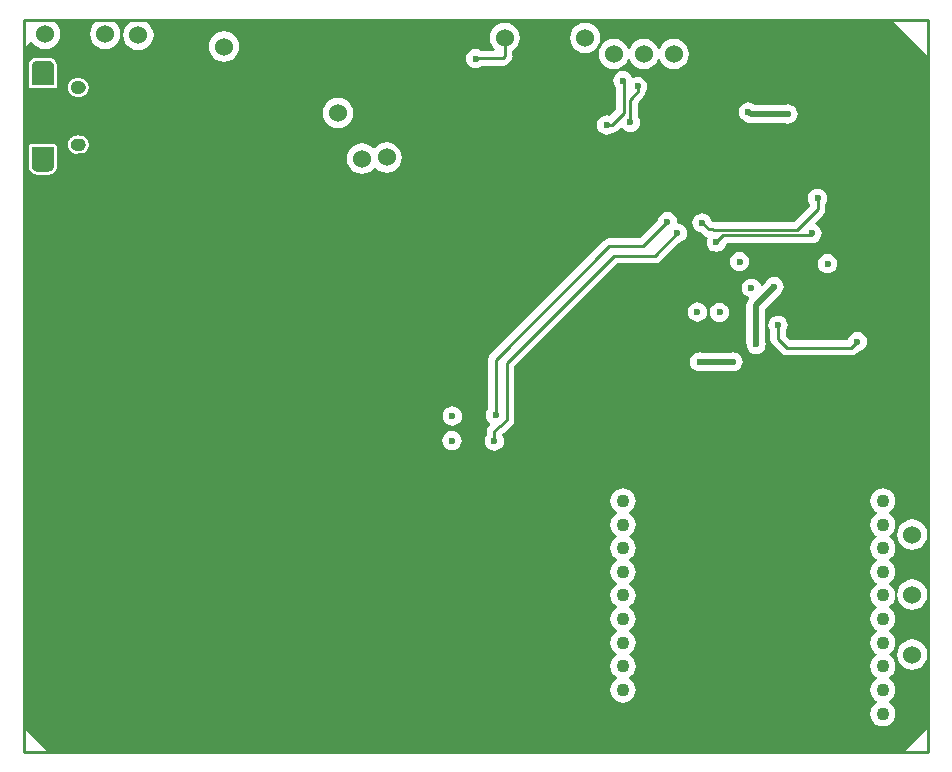
<source format=gbl>
G04 Layer_Physical_Order=3*
G04 Layer_Color=16711680*
%FSLAX25Y25*%
%MOIN*%
G70*
G01*
G75*
%ADD39C,0.02000*%
%ADD40C,0.01000*%
%ADD43C,0.06000*%
%ADD44C,0.02362*%
%ADD45C,0.04331*%
%ADD46C,0.04134*%
%ADD47O,0.07480X0.03740*%
%ADD48C,0.01968*%
G36*
X300787Y232283D02*
X301181D01*
Y74364D01*
X300681Y74264D01*
X300367Y75022D01*
X299566Y76066D01*
X298522Y76868D01*
X297305Y77371D01*
X296000Y77543D01*
X294695Y77371D01*
X293478Y76868D01*
X292434Y76066D01*
X291633Y75022D01*
X291129Y73805D01*
X290957Y72500D01*
X291129Y71195D01*
X291633Y69978D01*
X292434Y68934D01*
X293478Y68133D01*
X294695Y67629D01*
X296000Y67457D01*
X297305Y67629D01*
X298522Y68133D01*
X299566Y68934D01*
X300367Y69978D01*
X300681Y70736D01*
X301181Y70636D01*
Y54364D01*
X300681Y54264D01*
X300367Y55022D01*
X299566Y56066D01*
X298522Y56867D01*
X297305Y57371D01*
X296000Y57543D01*
X294695Y57371D01*
X293478Y56867D01*
X292434Y56066D01*
X291633Y55022D01*
X291129Y53805D01*
X290957Y52500D01*
X291129Y51195D01*
X291633Y49978D01*
X292434Y48934D01*
X293478Y48133D01*
X294695Y47629D01*
X296000Y47457D01*
X297305Y47629D01*
X298522Y48133D01*
X299566Y48934D01*
X300367Y49978D01*
X300681Y50736D01*
X301181Y50636D01*
Y34364D01*
X300681Y34264D01*
X300367Y35022D01*
X299566Y36066D01*
X298522Y36867D01*
X297305Y37371D01*
X296000Y37543D01*
X294695Y37371D01*
X293478Y36867D01*
X292434Y36066D01*
X291633Y35022D01*
X291129Y33805D01*
X290957Y32500D01*
X291129Y31195D01*
X291633Y29978D01*
X292434Y28934D01*
X293478Y28133D01*
X294695Y27629D01*
X296000Y27457D01*
X297305Y27629D01*
X298522Y28133D01*
X299566Y28934D01*
X300367Y29978D01*
X300681Y30736D01*
X301181Y30636D01*
Y7874D01*
X293307Y0D01*
X7874D01*
X0Y7874D01*
Y234700D01*
X2157Y236857D01*
X2737Y236730D01*
X3434Y235823D01*
X4478Y235021D01*
X5695Y234518D01*
X7000Y234346D01*
X8305Y234518D01*
X9522Y235021D01*
X10566Y235823D01*
X11367Y236867D01*
X11871Y238084D01*
X12043Y239389D01*
X11871Y240694D01*
X11367Y241910D01*
X10566Y242955D01*
X9725Y243600D01*
X9895Y244100D01*
X24105D01*
X24275Y243600D01*
X23434Y242955D01*
X22633Y241910D01*
X22129Y240694D01*
X21957Y239389D01*
X22129Y238084D01*
X22633Y236867D01*
X23434Y235823D01*
X24478Y235021D01*
X25695Y234518D01*
X27000Y234346D01*
X28305Y234518D01*
X29522Y235021D01*
X30566Y235823D01*
X31367Y236867D01*
X31871Y238084D01*
X32043Y239389D01*
X31871Y240694D01*
X31367Y241910D01*
X30566Y242955D01*
X29725Y243600D01*
X29895Y244100D01*
X36008D01*
X36107Y243600D01*
X35546Y243368D01*
X34502Y242566D01*
X33700Y241522D01*
X33196Y240305D01*
X33024Y239000D01*
X33196Y237695D01*
X33700Y236478D01*
X34502Y235434D01*
X35546Y234632D01*
X36762Y234129D01*
X38068Y233957D01*
X39373Y234129D01*
X40589Y234632D01*
X41634Y235434D01*
X42435Y236478D01*
X42939Y237695D01*
X43111Y239000D01*
X42939Y240305D01*
X42435Y241522D01*
X41634Y242566D01*
X40589Y243368D01*
X40028Y243600D01*
X40127Y244100D01*
X288971D01*
X300787Y232283D01*
D02*
G37*
%LPC*%
G36*
X142696Y115208D02*
X141865Y115099D01*
X141092Y114779D01*
X140427Y114269D01*
X139917Y113604D01*
X139597Y112830D01*
X139487Y112000D01*
X139597Y111170D01*
X139917Y110396D01*
X140427Y109731D01*
X141092Y109221D01*
X141865Y108901D01*
X142696Y108791D01*
X143526Y108901D01*
X144300Y109221D01*
X144965Y109731D01*
X145475Y110396D01*
X145795Y111170D01*
X145904Y112000D01*
X145795Y112830D01*
X145475Y113604D01*
X144965Y114269D01*
X144300Y114779D01*
X143526Y115099D01*
X142696Y115208D01*
D02*
G37*
G36*
X251300Y145509D02*
X250470Y145399D01*
X249696Y145079D01*
X249031Y144569D01*
X248521Y143904D01*
X248201Y143130D01*
X248091Y142300D01*
X248201Y141470D01*
X248521Y140696D01*
X248751Y140396D01*
Y137800D01*
X248945Y136825D01*
X249498Y135998D01*
X252517Y132979D01*
X253343Y132426D01*
X254319Y132232D01*
X275726D01*
X276701Y132426D01*
X277528Y132979D01*
X278212Y133663D01*
X278586Y133712D01*
X279360Y134032D01*
X280025Y134542D01*
X280535Y135207D01*
X280855Y135981D01*
X280964Y136811D01*
X280855Y137642D01*
X280535Y138415D01*
X280025Y139080D01*
X279360Y139590D01*
X278586Y139910D01*
X277756Y140020D01*
X276925Y139910D01*
X276152Y139590D01*
X275487Y139080D01*
X274977Y138415D01*
X274657Y137642D01*
X274616Y137330D01*
X255375D01*
X253849Y138856D01*
Y140396D01*
X254079Y140696D01*
X254399Y141470D01*
X254509Y142300D01*
X254399Y143130D01*
X254079Y143904D01*
X253569Y144569D01*
X252904Y145079D01*
X252130Y145399D01*
X251300Y145509D01*
D02*
G37*
G36*
X9945Y202783D02*
X2465D01*
X2074Y202706D01*
X1744Y202485D01*
X1523Y202154D01*
X1445Y201764D01*
Y195465D01*
X1448Y195451D01*
X1445Y195438D01*
X1448Y195335D01*
X1454Y195308D01*
X1451Y195282D01*
X1459Y195179D01*
X1466Y195153D01*
X1464Y195126D01*
X1478Y195023D01*
X1487Y194998D01*
X1486Y194971D01*
X1505Y194869D01*
X1515Y194844D01*
X1516Y194817D01*
X1540Y194717D01*
X1551Y194693D01*
X1554Y194666D01*
X1583Y194567D01*
X1596Y194543D01*
X1600Y194516D01*
X1634Y194419D01*
X1648Y194395D01*
X1653Y194369D01*
X1693Y194274D01*
X1708Y194251D01*
X1715Y194225D01*
X1759Y194132D01*
X1775Y194110D01*
X1783Y194084D01*
X1832Y193994D01*
X1850Y193973D01*
X1859Y193948D01*
X1913Y193860D01*
X1931Y193840D01*
X1942Y193815D01*
X2000Y193730D01*
X2020Y193711D01*
X2032Y193687D01*
X2094Y193605D01*
X2115Y193587D01*
X2128Y193564D01*
X2195Y193485D01*
X2216Y193468D01*
X2231Y193445D01*
X2302Y193371D01*
X2324Y193355D01*
X2339Y193333D01*
X2414Y193262D01*
X2437Y193248D01*
X2454Y193226D01*
X2532Y193159D01*
X2556Y193146D01*
X2574Y193126D01*
X2655Y193063D01*
X2679Y193051D01*
X2698Y193032D01*
X2783Y192973D01*
X2808Y192963D01*
X2828Y192944D01*
X2916Y192890D01*
X2942Y192881D01*
X2962Y192864D01*
X3053Y192815D01*
X3079Y192806D01*
X3100Y192790D01*
X3193Y192746D01*
X3220Y192739D01*
X3242Y192724D01*
X3337Y192685D01*
X3364Y192680D01*
X3387Y192666D01*
X3484Y192631D01*
X3511Y192627D01*
X3535Y192615D01*
X3634Y192586D01*
X3661Y192583D01*
X3686Y192572D01*
X3786Y192548D01*
X3813Y192547D01*
X3838Y192537D01*
X3939Y192518D01*
X3966Y192518D01*
X3992Y192509D01*
X4094Y192496D01*
X4121Y192498D01*
X4148Y192490D01*
X4250Y192482D01*
X4277Y192485D01*
X4303Y192480D01*
X4406Y192477D01*
X4420Y192479D01*
X4433Y192476D01*
X7976D01*
X7990Y192479D01*
X8003Y192477D01*
X8106Y192480D01*
X8133Y192485D01*
X8159Y192482D01*
X8262Y192490D01*
X8288Y192498D01*
X8315Y192496D01*
X8417Y192509D01*
X8443Y192518D01*
X8470Y192518D01*
X8572Y192537D01*
X8597Y192547D01*
X8624Y192548D01*
X8724Y192572D01*
X8748Y192583D01*
X8775Y192586D01*
X8874Y192615D01*
X8898Y192627D01*
X8925Y192631D01*
X9022Y192666D01*
X9046Y192680D01*
X9072Y192685D01*
X9167Y192724D01*
X9190Y192739D01*
X9216Y192746D01*
X9309Y192790D01*
X9331Y192806D01*
X9357Y192815D01*
X9447Y192864D01*
X9468Y192881D01*
X9493Y192890D01*
X9581Y192944D01*
X9601Y192963D01*
X9626Y192973D01*
X9711Y193032D01*
X9730Y193051D01*
X9754Y193063D01*
X9836Y193126D01*
X9854Y193146D01*
X9877Y193159D01*
X9956Y193226D01*
X9973Y193248D01*
X9995Y193262D01*
X10070Y193333D01*
X10086Y193355D01*
X10108Y193371D01*
X10179Y193445D01*
X10193Y193468D01*
X10215Y193485D01*
X10282Y193564D01*
X10295Y193587D01*
X10315Y193605D01*
X10378Y193687D01*
X10390Y193711D01*
X10409Y193730D01*
X10468Y193815D01*
X10478Y193840D01*
X10497Y193860D01*
X10550Y193948D01*
X10560Y193973D01*
X10577Y193994D01*
X10626Y194084D01*
X10634Y194110D01*
X10651Y194132D01*
X10695Y194225D01*
X10702Y194251D01*
X10717Y194274D01*
X10756Y194369D01*
X10761Y194395D01*
X10775Y194419D01*
X10810Y194516D01*
X10813Y194543D01*
X10826Y194567D01*
X10855Y194666D01*
X10858Y194693D01*
X10869Y194717D01*
X10893Y194817D01*
X10894Y194844D01*
X10904Y194869D01*
X10923Y194971D01*
X10923Y194998D01*
X10932Y195024D01*
X10945Y195126D01*
X10943Y195153D01*
X10950Y195179D01*
X10959Y195282D01*
X10955Y195308D01*
X10961Y195335D01*
X10964Y195438D01*
X10962Y195451D01*
X10965Y195465D01*
Y201764D01*
X10887Y202154D01*
X10666Y202485D01*
X10335Y202706D01*
X9945Y202783D01*
D02*
G37*
G36*
X18409Y205539D02*
X17622D01*
X17609Y205537D01*
X17595Y205539D01*
X17487Y205536D01*
X17461Y205530D01*
X17434Y205533D01*
X17326Y205525D01*
X17300Y205518D01*
X17273Y205519D01*
X17166Y205505D01*
X17140Y205496D01*
X17113Y205497D01*
X17007Y205477D01*
X16981Y205467D01*
X16954Y205466D01*
X16849Y205441D01*
X16824Y205429D01*
X16797Y205427D01*
X16694Y205396D01*
X16670Y205383D01*
X16643Y205380D01*
X16541Y205344D01*
X16518Y205330D01*
X16491Y205324D01*
X16391Y205283D01*
X16369Y205268D01*
X16342Y205261D01*
X16245Y205215D01*
X16223Y205198D01*
X16197Y205190D01*
X16102Y205139D01*
X16081Y205121D01*
X16056Y205112D01*
X15964Y205056D01*
X15944Y205037D01*
X15919Y205026D01*
X15830Y204965D01*
X15811Y204946D01*
X15786Y204934D01*
X15701Y204868D01*
X15683Y204848D01*
X15659Y204834D01*
X15577Y204764D01*
X15560Y204743D01*
X15537Y204728D01*
X15459Y204654D01*
X15443Y204632D01*
X15421Y204616D01*
X15346Y204538D01*
X15332Y204515D01*
X15311Y204498D01*
X15240Y204416D01*
X15227Y204392D01*
X15207Y204374D01*
X15141Y204289D01*
X15129Y204264D01*
X15110Y204245D01*
X15048Y204156D01*
X15038Y204131D01*
X15019Y204111D01*
X14963Y204019D01*
X14953Y203994D01*
X14936Y203973D01*
X14885Y203878D01*
X14876Y203852D01*
X14860Y203830D01*
X14814Y203732D01*
X14807Y203706D01*
X14792Y203684D01*
X14750Y203584D01*
X14745Y203557D01*
X14731Y203534D01*
X14695Y203432D01*
X14691Y203405D01*
X14679Y203381D01*
X14648Y203277D01*
X14646Y203250D01*
X14634Y203226D01*
X14609Y203120D01*
X14608Y203094D01*
X14598Y203068D01*
X14578Y202962D01*
X14578Y202935D01*
X14570Y202909D01*
X14556Y202802D01*
X14557Y202775D01*
X14550Y202749D01*
X14541Y202641D01*
X14545Y202614D01*
X14539Y202588D01*
X14536Y202479D01*
X14538Y202466D01*
X14536Y202453D01*
X14538Y202439D01*
X14536Y202426D01*
X14539Y202318D01*
X14545Y202291D01*
X14541Y202264D01*
X14550Y202156D01*
X14557Y202131D01*
X14556Y202104D01*
X14570Y201997D01*
X14578Y201971D01*
X14578Y201943D01*
X14598Y201837D01*
X14608Y201812D01*
X14609Y201785D01*
X14634Y201680D01*
X14646Y201655D01*
X14648Y201628D01*
X14679Y201524D01*
X14691Y201501D01*
X14695Y201474D01*
X14731Y201372D01*
X14745Y201348D01*
X14750Y201322D01*
X14792Y201222D01*
X14807Y201199D01*
X14814Y201173D01*
X14860Y201076D01*
X14876Y201054D01*
X14885Y201028D01*
X14936Y200933D01*
X14953Y200912D01*
X14963Y200887D01*
X15019Y200794D01*
X15038Y200775D01*
X15048Y200749D01*
X15110Y200660D01*
X15129Y200641D01*
X15141Y200617D01*
X15207Y200531D01*
X15227Y200513D01*
X15240Y200490D01*
X15311Y200408D01*
X15332Y200391D01*
X15346Y200368D01*
X15421Y200289D01*
X15443Y200274D01*
X15459Y200252D01*
X15537Y200177D01*
X15560Y200163D01*
X15577Y200141D01*
X15659Y200071D01*
X15683Y200058D01*
X15701Y200038D01*
X15786Y199972D01*
X15811Y199960D01*
X15830Y199940D01*
X15919Y199879D01*
X15944Y199868D01*
X15964Y199850D01*
X16056Y199793D01*
X16081Y199784D01*
X16102Y199767D01*
X16197Y199715D01*
X16223Y199707D01*
X16245Y199691D01*
X16343Y199644D01*
X16369Y199638D01*
X16391Y199623D01*
X16491Y199581D01*
X16518Y199576D01*
X16541Y199562D01*
X16643Y199526D01*
X16670Y199522D01*
X16694Y199510D01*
X16797Y199479D01*
X16824Y199476D01*
X16849Y199465D01*
X16954Y199440D01*
X16981Y199439D01*
X17007Y199428D01*
X17113Y199409D01*
X17140Y199409D01*
X17166Y199400D01*
X17273Y199386D01*
X17300Y199388D01*
X17326Y199381D01*
X17434Y199372D01*
X17461Y199375D01*
X17487Y199369D01*
X17595Y199367D01*
X17609Y199369D01*
X17622Y199366D01*
X18409D01*
X18423Y199369D01*
X18436Y199367D01*
X18544Y199369D01*
X18571Y199375D01*
X18598Y199372D01*
X18706Y199381D01*
X18732Y199388D01*
X18758Y199386D01*
X18866Y199400D01*
X18891Y199409D01*
X18919Y199409D01*
X19025Y199428D01*
X19050Y199439D01*
X19077Y199440D01*
X19183Y199465D01*
X19207Y199476D01*
X19234Y199479D01*
X19338Y199510D01*
X19362Y199522D01*
X19388Y199526D01*
X19490Y199562D01*
X19514Y199576D01*
X19540Y199581D01*
X19640Y199623D01*
X19663Y199638D01*
X19689Y199644D01*
X19787Y199691D01*
X19808Y199707D01*
X19835Y199715D01*
X19930Y199767D01*
X19950Y199784D01*
X19975Y199793D01*
X20068Y199850D01*
X20088Y199868D01*
X20113Y199879D01*
X20202Y199940D01*
X20221Y199960D01*
X20245Y199972D01*
X20331Y200038D01*
X20349Y200058D01*
X20372Y200071D01*
X20455Y200141D01*
X20471Y200163D01*
X20494Y200177D01*
X20573Y200252D01*
X20588Y200274D01*
X20611Y200289D01*
X20685Y200368D01*
X20699Y200391D01*
X20721Y200408D01*
X20791Y200490D01*
X20804Y200513D01*
X20825Y200531D01*
X20890Y200617D01*
X20902Y200641D01*
X20922Y200660D01*
X20983Y200749D01*
X20994Y200774D01*
X21012Y200794D01*
X21069Y200887D01*
X21078Y200912D01*
X21095Y200933D01*
X21147Y201028D01*
X21155Y201054D01*
X21171Y201076D01*
X21218Y201173D01*
X21225Y201200D01*
X21240Y201222D01*
X21281Y201322D01*
X21286Y201348D01*
X21300Y201372D01*
X21336Y201474D01*
X21340Y201501D01*
X21353Y201524D01*
X21384Y201628D01*
X21386Y201655D01*
X21397Y201680D01*
X21423Y201785D01*
X21424Y201812D01*
X21434Y201837D01*
X21453Y201944D01*
X21453Y201971D01*
X21462Y201997D01*
X21476Y202104D01*
X21474Y202131D01*
X21482Y202157D01*
X21490Y202264D01*
X21487Y202291D01*
X21493Y202318D01*
X21496Y202426D01*
X21493Y202439D01*
X21496Y202453D01*
X21493Y202466D01*
X21496Y202480D01*
X21493Y202588D01*
X21487Y202614D01*
X21490Y202641D01*
X21482Y202749D01*
X21474Y202775D01*
X21476Y202802D01*
X21462Y202909D01*
X21453Y202935D01*
X21453Y202962D01*
X21434Y203068D01*
X21424Y203094D01*
X21423Y203121D01*
X21397Y203226D01*
X21386Y203250D01*
X21384Y203277D01*
X21353Y203381D01*
X21340Y203405D01*
X21336Y203432D01*
X21300Y203534D01*
X21286Y203557D01*
X21281Y203584D01*
X21240Y203683D01*
X21225Y203706D01*
X21218Y203732D01*
X21171Y203830D01*
X21155Y203852D01*
X21147Y203878D01*
X21095Y203973D01*
X21078Y203994D01*
X21069Y204019D01*
X21012Y204111D01*
X20994Y204131D01*
X20983Y204156D01*
X20922Y204245D01*
X20902Y204264D01*
X20890Y204288D01*
X20825Y204374D01*
X20804Y204392D01*
X20791Y204416D01*
X20721Y204498D01*
X20699Y204515D01*
X20685Y204538D01*
X20611Y204616D01*
X20588Y204632D01*
X20573Y204654D01*
X20494Y204728D01*
X20471Y204743D01*
X20455Y204764D01*
X20372Y204834D01*
X20349Y204848D01*
X20331Y204868D01*
X20245Y204934D01*
X20221Y204946D01*
X20202Y204965D01*
X20113Y205026D01*
X20088Y205037D01*
X20068Y205056D01*
X19975Y205112D01*
X19950Y205121D01*
X19930Y205139D01*
X19835Y205190D01*
X19808Y205198D01*
X19787Y205215D01*
X19689Y205261D01*
X19663Y205268D01*
X19640Y205283D01*
X19540Y205324D01*
X19514Y205330D01*
X19490Y205344D01*
X19388Y205380D01*
X19362Y205383D01*
X19338Y205396D01*
X19234Y205427D01*
X19207Y205429D01*
X19183Y205441D01*
X19077Y205466D01*
X19050Y205467D01*
X19025Y205477D01*
X18919Y205497D01*
X18891Y205496D01*
X18866Y205505D01*
X18758Y205519D01*
X18732Y205518D01*
X18706Y205525D01*
X18598Y205533D01*
X18571Y205530D01*
X18544Y205536D01*
X18436Y205539D01*
X18423Y205537D01*
X18409Y205539D01*
D02*
G37*
G36*
X120825Y203268D02*
X119520Y203097D01*
X118304Y202593D01*
X117259Y201791D01*
X116827Y201228D01*
X116327D01*
X116197Y201397D01*
X115152Y202199D01*
X113936Y202703D01*
X112631Y202875D01*
X111326Y202703D01*
X110109Y202199D01*
X109065Y201397D01*
X108263Y200353D01*
X107759Y199137D01*
X107588Y197831D01*
X107759Y196526D01*
X108263Y195310D01*
X109065Y194265D01*
X110109Y193464D01*
X111326Y192960D01*
X112631Y192788D01*
X113936Y192960D01*
X115152Y193464D01*
X116197Y194265D01*
X116629Y194829D01*
X117129D01*
X117259Y194659D01*
X118304Y193858D01*
X119520Y193354D01*
X120825Y193182D01*
X122131Y193354D01*
X123347Y193858D01*
X124391Y194659D01*
X125193Y195704D01*
X125697Y196920D01*
X125869Y198225D01*
X125697Y199530D01*
X125193Y200747D01*
X124391Y201791D01*
X123347Y202593D01*
X122131Y203097D01*
X120825Y203268D01*
D02*
G37*
G36*
X142594Y107009D02*
X141763Y106899D01*
X140989Y106579D01*
X140325Y106069D01*
X139815Y105404D01*
X139494Y104630D01*
X139385Y103800D01*
X139494Y102970D01*
X139815Y102196D01*
X140325Y101531D01*
X140989Y101021D01*
X141763Y100701D01*
X142594Y100591D01*
X143424Y100701D01*
X144198Y101021D01*
X144862Y101531D01*
X145372Y102196D01*
X145693Y102970D01*
X145802Y103800D01*
X145693Y104630D01*
X145372Y105404D01*
X144862Y106069D01*
X144198Y106579D01*
X143424Y106899D01*
X142594Y107009D01*
D02*
G37*
G36*
X264469Y187854D02*
X263638Y187745D01*
X262864Y187424D01*
X262200Y186915D01*
X261690Y186250D01*
X261369Y185476D01*
X261260Y184646D01*
X261369Y183815D01*
X261690Y183041D01*
X261919Y182742D01*
Y182060D01*
X256551Y176691D01*
X229880D01*
X229528Y176762D01*
X229205D01*
X229133Y176834D01*
X229083Y177208D01*
X228763Y177982D01*
X228253Y178647D01*
X227589Y179157D01*
X226815Y179477D01*
X225984Y179587D01*
X225154Y179477D01*
X224380Y179157D01*
X223715Y178647D01*
X223206Y177982D01*
X222885Y177208D01*
X222776Y176378D01*
X222885Y175548D01*
X223206Y174774D01*
X223715Y174109D01*
X224380Y173599D01*
X225154Y173279D01*
X225528Y173230D01*
X226347Y172410D01*
X227174Y171858D01*
X227487Y171795D01*
X227782Y171227D01*
X227609Y170811D01*
X227500Y169980D01*
X227609Y169150D01*
X227930Y168376D01*
X228440Y167711D01*
X229104Y167202D01*
X229878Y166881D01*
X230709Y166772D01*
X231539Y166881D01*
X232313Y167202D01*
X232977Y167711D01*
X233487Y168376D01*
X233808Y169150D01*
X233857Y169524D01*
X234127Y169793D01*
X261825D01*
X262600Y169692D01*
X263430Y169801D01*
X264204Y170121D01*
X264869Y170631D01*
X265379Y171296D01*
X265699Y172070D01*
X265809Y172900D01*
X265699Y173730D01*
X265379Y174504D01*
X264869Y175169D01*
X264204Y175679D01*
X263675Y175898D01*
X263530Y176461D01*
X266271Y179201D01*
X266824Y180028D01*
X267018Y181004D01*
Y182742D01*
X267247Y183041D01*
X267568Y183815D01*
X267677Y184646D01*
X267568Y185476D01*
X267247Y186250D01*
X266737Y186915D01*
X266073Y187424D01*
X265299Y187745D01*
X264469Y187854D01*
D02*
G37*
G36*
X224400Y149908D02*
X223570Y149799D01*
X222796Y149479D01*
X222131Y148969D01*
X221621Y148304D01*
X221301Y147530D01*
X221191Y146700D01*
X221301Y145870D01*
X221621Y145096D01*
X222131Y144431D01*
X222796Y143921D01*
X223570Y143601D01*
X224400Y143491D01*
X225230Y143601D01*
X226004Y143921D01*
X226669Y144431D01*
X227179Y145096D01*
X227499Y145870D01*
X227609Y146700D01*
X227499Y147530D01*
X227179Y148304D01*
X226669Y148969D01*
X226004Y149479D01*
X225230Y149799D01*
X224400Y149908D01*
D02*
G37*
G36*
X231800Y149809D02*
X230970Y149699D01*
X230196Y149379D01*
X229531Y148869D01*
X229021Y148204D01*
X228701Y147430D01*
X228591Y146600D01*
X228701Y145770D01*
X229021Y144996D01*
X229531Y144331D01*
X230196Y143821D01*
X230970Y143501D01*
X231800Y143392D01*
X232630Y143501D01*
X233404Y143821D01*
X234069Y144331D01*
X234579Y144996D01*
X234899Y145770D01*
X235009Y146600D01*
X234899Y147430D01*
X234579Y148204D01*
X234069Y148869D01*
X233404Y149379D01*
X232630Y149699D01*
X231800Y149809D01*
D02*
G37*
G36*
X236300Y133308D02*
X235470Y133199D01*
X235293Y133126D01*
X226207D01*
X226030Y133199D01*
X225200Y133308D01*
X224370Y133199D01*
X223596Y132879D01*
X222931Y132369D01*
X222421Y131704D01*
X222101Y130930D01*
X221991Y130100D01*
X222101Y129270D01*
X222421Y128496D01*
X222931Y127831D01*
X223596Y127321D01*
X224370Y127001D01*
X225200Y126892D01*
X226030Y127001D01*
X226207Y127074D01*
X235293D01*
X235470Y127001D01*
X236300Y126892D01*
X237130Y127001D01*
X237904Y127321D01*
X238569Y127831D01*
X239079Y128496D01*
X239399Y129270D01*
X239509Y130100D01*
X239399Y130930D01*
X239079Y131704D01*
X238569Y132369D01*
X237904Y132879D01*
X237130Y133199D01*
X236300Y133308D01*
D02*
G37*
G36*
X238500Y166709D02*
X237670Y166599D01*
X236896Y166279D01*
X236231Y165769D01*
X235721Y165104D01*
X235401Y164330D01*
X235291Y163500D01*
X235401Y162670D01*
X235721Y161896D01*
X236231Y161231D01*
X236896Y160721D01*
X237670Y160401D01*
X238500Y160292D01*
X239330Y160401D01*
X240104Y160721D01*
X240769Y161231D01*
X241279Y161896D01*
X241599Y162670D01*
X241709Y163500D01*
X241599Y164330D01*
X241279Y165104D01*
X240769Y165769D01*
X240104Y166279D01*
X239330Y166599D01*
X238500Y166709D01*
D02*
G37*
G36*
X267789Y166008D02*
X266959Y165899D01*
X266185Y165579D01*
X265520Y165069D01*
X265010Y164404D01*
X264690Y163630D01*
X264581Y162800D01*
X264690Y161970D01*
X265010Y161196D01*
X265520Y160531D01*
X266185Y160021D01*
X266959Y159701D01*
X267789Y159591D01*
X268620Y159701D01*
X269393Y160021D01*
X270058Y160531D01*
X270568Y161196D01*
X270888Y161970D01*
X270998Y162800D01*
X270888Y163630D01*
X270568Y164404D01*
X270058Y165069D01*
X269393Y165579D01*
X268620Y165899D01*
X267789Y166008D01*
D02*
G37*
G36*
X249987Y158396D02*
X249157Y158286D01*
X248383Y157966D01*
X247718Y157456D01*
X247208Y156791D01*
X247064Y156444D01*
X245961Y155340D01*
X245471Y155557D01*
X245179Y156263D01*
X244669Y156927D01*
X244004Y157437D01*
X243230Y157758D01*
X242400Y157867D01*
X241570Y157758D01*
X240796Y157437D01*
X240131Y156927D01*
X239621Y156263D01*
X239301Y155489D01*
X239191Y154659D01*
X239301Y153828D01*
X239621Y153054D01*
X240131Y152390D01*
X240796Y151880D01*
X241501Y151588D01*
X241718Y151098D01*
X241660Y151040D01*
X241179Y150413D01*
X240877Y149683D01*
X240774Y148900D01*
Y136100D01*
X240796Y135934D01*
X240791Y135900D01*
X240901Y135070D01*
X241221Y134296D01*
X241731Y133631D01*
X242396Y133121D01*
X243170Y132801D01*
X244000Y132692D01*
X244830Y132801D01*
X245604Y133121D01*
X246269Y133631D01*
X246779Y134296D01*
X247099Y135070D01*
X247209Y135900D01*
X247099Y136730D01*
X246826Y137390D01*
Y147647D01*
X251585Y152406D01*
X251591Y152408D01*
X252256Y152918D01*
X252766Y153583D01*
X253086Y154357D01*
X253196Y155187D01*
X253086Y156017D01*
X252766Y156791D01*
X252256Y157456D01*
X251591Y157966D01*
X250817Y158286D01*
X249987Y158396D01*
D02*
G37*
G36*
X104630Y218043D02*
X103324Y217871D01*
X102108Y217368D01*
X101064Y216566D01*
X100262Y215522D01*
X99758Y214305D01*
X99587Y213000D01*
X99758Y211695D01*
X100262Y210478D01*
X101064Y209434D01*
X102108Y208632D01*
X103324Y208129D01*
X104630Y207957D01*
X105935Y208129D01*
X107151Y208632D01*
X108196Y209434D01*
X108997Y210478D01*
X109501Y211695D01*
X109673Y213000D01*
X109501Y214305D01*
X108997Y215522D01*
X108196Y216566D01*
X107151Y217368D01*
X105935Y217871D01*
X104630Y218043D01*
D02*
G37*
G36*
X66600Y240243D02*
X65295Y240071D01*
X64078Y239567D01*
X63034Y238766D01*
X62233Y237722D01*
X61729Y236505D01*
X61557Y235200D01*
X61729Y233895D01*
X62233Y232678D01*
X63034Y231634D01*
X64078Y230833D01*
X65295Y230329D01*
X66600Y230157D01*
X67905Y230329D01*
X69122Y230833D01*
X70166Y231634D01*
X70968Y232678D01*
X71471Y233895D01*
X71643Y235200D01*
X71471Y236505D01*
X70968Y237722D01*
X70166Y238766D01*
X69122Y239567D01*
X67905Y240071D01*
X66600Y240243D01*
D02*
G37*
G36*
X286206Y87907D02*
X285119Y87764D01*
X284105Y87344D01*
X283235Y86677D01*
X282568Y85807D01*
X282148Y84794D01*
X282005Y83706D01*
X282148Y82619D01*
X282568Y81605D01*
X283235Y80735D01*
X284105Y80068D01*
X284223Y80019D01*
Y79519D01*
X284105Y79470D01*
X283235Y78803D01*
X282568Y77933D01*
X282148Y76919D01*
X282005Y75832D01*
X282148Y74745D01*
X282568Y73731D01*
X283235Y72861D01*
X284105Y72194D01*
X284223Y72145D01*
Y71645D01*
X284105Y71596D01*
X283235Y70929D01*
X282568Y70059D01*
X282148Y69045D01*
X282005Y67958D01*
X282148Y66871D01*
X282568Y65857D01*
X283235Y64987D01*
X284105Y64320D01*
X284223Y64271D01*
Y63771D01*
X284105Y63722D01*
X283235Y63055D01*
X282568Y62185D01*
X282148Y61171D01*
X282005Y60084D01*
X282148Y58997D01*
X282568Y57983D01*
X283235Y57113D01*
X284105Y56446D01*
X284223Y56397D01*
Y55897D01*
X284105Y55848D01*
X283235Y55181D01*
X282568Y54311D01*
X282148Y53297D01*
X282005Y52210D01*
X282148Y51123D01*
X282568Y50109D01*
X283235Y49239D01*
X284105Y48572D01*
X284223Y48523D01*
Y48023D01*
X284105Y47974D01*
X283235Y47307D01*
X282568Y46437D01*
X282148Y45423D01*
X282005Y44336D01*
X282148Y43249D01*
X282568Y42235D01*
X283235Y41365D01*
X284105Y40698D01*
X284223Y40649D01*
Y40149D01*
X284105Y40100D01*
X283235Y39433D01*
X282568Y38563D01*
X282148Y37549D01*
X282005Y36462D01*
X282148Y35375D01*
X282568Y34361D01*
X283235Y33491D01*
X284105Y32824D01*
X284223Y32775D01*
Y32275D01*
X284105Y32226D01*
X283235Y31559D01*
X282568Y30689D01*
X282148Y29675D01*
X282005Y28588D01*
X282148Y27501D01*
X282568Y26487D01*
X283235Y25617D01*
X284105Y24950D01*
X284223Y24901D01*
Y24401D01*
X284105Y24352D01*
X283235Y23685D01*
X282568Y22815D01*
X282148Y21801D01*
X282005Y20714D01*
X282148Y19627D01*
X282568Y18613D01*
X283235Y17743D01*
X284105Y17076D01*
X284223Y17027D01*
Y16527D01*
X284105Y16478D01*
X283235Y15811D01*
X282568Y14941D01*
X282148Y13927D01*
X282005Y12840D01*
X282148Y11753D01*
X282568Y10739D01*
X283235Y9869D01*
X284105Y9201D01*
X285119Y8782D01*
X286206Y8639D01*
X287294Y8782D01*
X288307Y9201D01*
X289177Y9869D01*
X289844Y10739D01*
X290264Y11753D01*
X290407Y12840D01*
X290264Y13927D01*
X289844Y14941D01*
X289177Y15811D01*
X288307Y16478D01*
X288189Y16527D01*
Y17027D01*
X288307Y17076D01*
X289177Y17743D01*
X289844Y18613D01*
X290264Y19627D01*
X290407Y20714D01*
X290264Y21801D01*
X289844Y22815D01*
X289177Y23685D01*
X288307Y24352D01*
X288189Y24401D01*
Y24901D01*
X288307Y24950D01*
X289177Y25617D01*
X289844Y26487D01*
X290264Y27501D01*
X290407Y28588D01*
X290264Y29675D01*
X289844Y30689D01*
X289177Y31559D01*
X288307Y32226D01*
X288189Y32275D01*
Y32775D01*
X288307Y32824D01*
X289177Y33491D01*
X289844Y34361D01*
X290264Y35375D01*
X290407Y36462D01*
X290264Y37549D01*
X289844Y38563D01*
X289177Y39433D01*
X288307Y40100D01*
X288189Y40149D01*
Y40649D01*
X288307Y40698D01*
X289177Y41365D01*
X289844Y42235D01*
X290264Y43249D01*
X290407Y44336D01*
X290264Y45423D01*
X289844Y46437D01*
X289177Y47307D01*
X288307Y47974D01*
X288189Y48023D01*
Y48523D01*
X288307Y48572D01*
X289177Y49239D01*
X289844Y50109D01*
X290264Y51123D01*
X290407Y52210D01*
X290264Y53297D01*
X289844Y54311D01*
X289177Y55181D01*
X288307Y55848D01*
X288189Y55897D01*
Y56397D01*
X288307Y56446D01*
X289177Y57113D01*
X289844Y57983D01*
X290264Y58997D01*
X290407Y60084D01*
X290264Y61171D01*
X289844Y62185D01*
X289177Y63055D01*
X288307Y63722D01*
X288189Y63771D01*
Y64271D01*
X288307Y64320D01*
X289177Y64987D01*
X289844Y65857D01*
X290264Y66871D01*
X290407Y67958D01*
X290264Y69045D01*
X289844Y70059D01*
X289177Y70929D01*
X288307Y71596D01*
X288189Y71645D01*
Y72145D01*
X288307Y72194D01*
X289177Y72861D01*
X289844Y73731D01*
X290264Y74745D01*
X290407Y75832D01*
X290264Y76919D01*
X289844Y77933D01*
X289177Y78803D01*
X288307Y79470D01*
X288189Y79519D01*
Y80019D01*
X288307Y80068D01*
X289177Y80735D01*
X289844Y81605D01*
X290264Y82619D01*
X290407Y83706D01*
X290264Y84794D01*
X289844Y85807D01*
X289177Y86677D01*
X288307Y87344D01*
X287294Y87764D01*
X286206Y87907D01*
D02*
G37*
G36*
X18409Y224634D02*
X17622D01*
X17609Y224631D01*
X17595Y224633D01*
X17487Y224631D01*
X17461Y224625D01*
X17434Y224628D01*
X17326Y224619D01*
X17300Y224612D01*
X17273Y224614D01*
X17166Y224600D01*
X17140Y224591D01*
X17113Y224591D01*
X17007Y224571D01*
X16981Y224562D01*
X16954Y224560D01*
X16849Y224535D01*
X16824Y224524D01*
X16797Y224521D01*
X16694Y224490D01*
X16670Y224478D01*
X16643Y224474D01*
X16541Y224438D01*
X16518Y224424D01*
X16491Y224419D01*
X16391Y224377D01*
X16369Y224362D01*
X16342Y224356D01*
X16245Y224309D01*
X16223Y224293D01*
X16197Y224285D01*
X16102Y224233D01*
X16081Y224216D01*
X16056Y224207D01*
X15964Y224150D01*
X15944Y224132D01*
X15919Y224121D01*
X15830Y224060D01*
X15811Y224040D01*
X15786Y224028D01*
X15701Y223962D01*
X15683Y223942D01*
X15659Y223929D01*
X15577Y223859D01*
X15560Y223837D01*
X15537Y223823D01*
X15459Y223748D01*
X15443Y223726D01*
X15421Y223711D01*
X15346Y223632D01*
X15332Y223609D01*
X15311Y223592D01*
X15240Y223510D01*
X15227Y223487D01*
X15207Y223469D01*
X15141Y223383D01*
X15129Y223359D01*
X15110Y223340D01*
X15048Y223251D01*
X15038Y223226D01*
X15019Y223206D01*
X14963Y223113D01*
X14953Y223088D01*
X14936Y223067D01*
X14885Y222972D01*
X14876Y222946D01*
X14860Y222924D01*
X14814Y222827D01*
X14807Y222801D01*
X14792Y222778D01*
X14750Y222678D01*
X14745Y222652D01*
X14731Y222628D01*
X14695Y222526D01*
X14691Y222499D01*
X14679Y222476D01*
X14648Y222372D01*
X14646Y222345D01*
X14634Y222320D01*
X14609Y222215D01*
X14608Y222188D01*
X14598Y222163D01*
X14578Y222057D01*
X14578Y222029D01*
X14570Y222003D01*
X14556Y221896D01*
X14557Y221869D01*
X14550Y221844D01*
X14541Y221736D01*
X14545Y221709D01*
X14539Y221682D01*
X14536Y221574D01*
X14538Y221561D01*
X14536Y221547D01*
X14538Y221534D01*
X14536Y221521D01*
X14539Y221412D01*
X14545Y221386D01*
X14541Y221359D01*
X14550Y221251D01*
X14557Y221225D01*
X14556Y221198D01*
X14570Y221091D01*
X14578Y221065D01*
X14578Y221038D01*
X14598Y220932D01*
X14608Y220906D01*
X14609Y220880D01*
X14634Y220774D01*
X14646Y220750D01*
X14648Y220723D01*
X14679Y220619D01*
X14691Y220595D01*
X14695Y220568D01*
X14731Y220466D01*
X14745Y220443D01*
X14750Y220416D01*
X14792Y220316D01*
X14807Y220294D01*
X14814Y220268D01*
X14860Y220170D01*
X14876Y220148D01*
X14885Y220122D01*
X14936Y220027D01*
X14953Y220006D01*
X14963Y219981D01*
X15019Y219889D01*
X15038Y219869D01*
X15048Y219844D01*
X15110Y219755D01*
X15129Y219736D01*
X15141Y219711D01*
X15207Y219626D01*
X15227Y219608D01*
X15240Y219584D01*
X15311Y219502D01*
X15332Y219485D01*
X15346Y219462D01*
X15421Y219384D01*
X15443Y219368D01*
X15459Y219346D01*
X15537Y219272D01*
X15560Y219257D01*
X15577Y219236D01*
X15659Y219166D01*
X15683Y219152D01*
X15701Y219132D01*
X15786Y219066D01*
X15811Y219054D01*
X15830Y219035D01*
X15919Y218974D01*
X15944Y218963D01*
X15964Y218944D01*
X16056Y218888D01*
X16081Y218879D01*
X16102Y218861D01*
X16197Y218810D01*
X16223Y218802D01*
X16245Y218785D01*
X16343Y218739D01*
X16369Y218732D01*
X16391Y218717D01*
X16491Y218676D01*
X16518Y218670D01*
X16541Y218656D01*
X16643Y218620D01*
X16670Y218617D01*
X16694Y218604D01*
X16797Y218573D01*
X16824Y218571D01*
X16849Y218559D01*
X16954Y218534D01*
X16981Y218533D01*
X17007Y218523D01*
X17113Y218503D01*
X17140Y218504D01*
X17166Y218495D01*
X17273Y218481D01*
X17300Y218482D01*
X17326Y218475D01*
X17434Y218467D01*
X17461Y218470D01*
X17487Y218464D01*
X17595Y218461D01*
X17609Y218463D01*
X17622Y218461D01*
X18409D01*
X18423Y218463D01*
X18436Y218461D01*
X18544Y218464D01*
X18571Y218470D01*
X18598Y218467D01*
X18706Y218475D01*
X18732Y218482D01*
X18758Y218481D01*
X18866Y218495D01*
X18891Y218504D01*
X18919Y218503D01*
X19025Y218523D01*
X19050Y218533D01*
X19077Y218534D01*
X19183Y218559D01*
X19207Y218571D01*
X19234Y218573D01*
X19338Y218604D01*
X19362Y218617D01*
X19388Y218620D01*
X19490Y218656D01*
X19514Y218670D01*
X19540Y218676D01*
X19640Y218717D01*
X19663Y218732D01*
X19689Y218739D01*
X19787Y218785D01*
X19808Y218802D01*
X19835Y218810D01*
X19930Y218861D01*
X19950Y218879D01*
X19975Y218888D01*
X20068Y218944D01*
X20088Y218963D01*
X20113Y218974D01*
X20202Y219035D01*
X20221Y219054D01*
X20245Y219066D01*
X20331Y219132D01*
X20349Y219152D01*
X20372Y219166D01*
X20455Y219236D01*
X20471Y219257D01*
X20494Y219272D01*
X20573Y219346D01*
X20588Y219368D01*
X20611Y219384D01*
X20685Y219462D01*
X20699Y219485D01*
X20721Y219502D01*
X20791Y219584D01*
X20804Y219608D01*
X20825Y219626D01*
X20890Y219712D01*
X20902Y219736D01*
X20922Y219755D01*
X20983Y219844D01*
X20994Y219869D01*
X21012Y219889D01*
X21069Y219981D01*
X21078Y220006D01*
X21095Y220027D01*
X21147Y220122D01*
X21155Y220148D01*
X21171Y220170D01*
X21218Y220268D01*
X21225Y220294D01*
X21240Y220317D01*
X21281Y220416D01*
X21286Y220443D01*
X21300Y220466D01*
X21336Y220568D01*
X21340Y220595D01*
X21353Y220619D01*
X21384Y220723D01*
X21386Y220750D01*
X21397Y220774D01*
X21423Y220879D01*
X21424Y220906D01*
X21434Y220932D01*
X21453Y221038D01*
X21453Y221065D01*
X21462Y221091D01*
X21476Y221198D01*
X21474Y221225D01*
X21482Y221251D01*
X21490Y221359D01*
X21487Y221386D01*
X21493Y221412D01*
X21496Y221520D01*
X21493Y221534D01*
X21496Y221547D01*
X21493Y221561D01*
X21496Y221574D01*
X21493Y221682D01*
X21487Y221709D01*
X21490Y221736D01*
X21482Y221843D01*
X21474Y221869D01*
X21476Y221896D01*
X21462Y222004D01*
X21453Y222029D01*
X21453Y222056D01*
X21434Y222163D01*
X21424Y222188D01*
X21423Y222215D01*
X21397Y222320D01*
X21386Y222345D01*
X21384Y222372D01*
X21353Y222476D01*
X21340Y222499D01*
X21336Y222526D01*
X21300Y222628D01*
X21286Y222652D01*
X21281Y222678D01*
X21240Y222778D01*
X21225Y222801D01*
X21218Y222827D01*
X21171Y222924D01*
X21155Y222946D01*
X21147Y222972D01*
X21095Y223067D01*
X21078Y223088D01*
X21069Y223113D01*
X21012Y223206D01*
X20994Y223226D01*
X20983Y223251D01*
X20922Y223340D01*
X20902Y223359D01*
X20890Y223383D01*
X20825Y223469D01*
X20804Y223486D01*
X20791Y223510D01*
X20721Y223592D01*
X20699Y223609D01*
X20685Y223632D01*
X20611Y223711D01*
X20588Y223726D01*
X20573Y223748D01*
X20494Y223823D01*
X20471Y223837D01*
X20455Y223859D01*
X20372Y223929D01*
X20349Y223942D01*
X20331Y223962D01*
X20245Y224028D01*
X20221Y224040D01*
X20202Y224060D01*
X20113Y224121D01*
X20088Y224132D01*
X20068Y224150D01*
X19975Y224207D01*
X19950Y224216D01*
X19930Y224233D01*
X19835Y224285D01*
X19808Y224293D01*
X19787Y224309D01*
X19689Y224356D01*
X19663Y224362D01*
X19640Y224377D01*
X19540Y224419D01*
X19514Y224424D01*
X19490Y224438D01*
X19388Y224474D01*
X19362Y224478D01*
X19338Y224490D01*
X19234Y224521D01*
X19207Y224524D01*
X19183Y224535D01*
X19077Y224560D01*
X19050Y224562D01*
X19025Y224571D01*
X18919Y224591D01*
X18891Y224591D01*
X18866Y224600D01*
X18758Y224614D01*
X18732Y224612D01*
X18706Y224619D01*
X18598Y224628D01*
X18571Y224625D01*
X18544Y224631D01*
X18436Y224633D01*
X18423Y224631D01*
X18409Y224634D01*
D02*
G37*
G36*
X7976Y231523D02*
X4433D01*
X4420Y231521D01*
X4406Y231523D01*
X4303Y231520D01*
X4277Y231515D01*
X4250Y231518D01*
X4148Y231510D01*
X4121Y231502D01*
X4094Y231504D01*
X3992Y231490D01*
X3966Y231482D01*
X3939Y231482D01*
X3838Y231463D01*
X3813Y231453D01*
X3786Y231452D01*
X3686Y231428D01*
X3661Y231417D01*
X3634Y231415D01*
X3535Y231385D01*
X3511Y231373D01*
X3484Y231369D01*
X3387Y231334D01*
X3364Y231320D01*
X3337Y231315D01*
X3242Y231276D01*
X3220Y231261D01*
X3193Y231254D01*
X3100Y231210D01*
X3079Y231193D01*
X3053Y231185D01*
X2962Y231136D01*
X2942Y231119D01*
X2916Y231110D01*
X2828Y231056D01*
X2808Y231037D01*
X2783Y231027D01*
X2698Y230968D01*
X2679Y230949D01*
X2655Y230937D01*
X2574Y230874D01*
X2556Y230854D01*
X2532Y230840D01*
X2454Y230774D01*
X2437Y230752D01*
X2414Y230738D01*
X2339Y230667D01*
X2324Y230645D01*
X2302Y230629D01*
X2231Y230555D01*
X2216Y230532D01*
X2195Y230515D01*
X2128Y230436D01*
X2115Y230413D01*
X2094Y230395D01*
X2032Y230313D01*
X2020Y230289D01*
X2000Y230270D01*
X1942Y230185D01*
X1931Y230160D01*
X1913Y230140D01*
X1859Y230052D01*
X1850Y230027D01*
X1832Y230006D01*
X1783Y229916D01*
X1775Y229890D01*
X1759Y229868D01*
X1715Y229775D01*
X1708Y229749D01*
X1693Y229726D01*
X1653Y229631D01*
X1648Y229605D01*
X1634Y229581D01*
X1600Y229484D01*
X1596Y229457D01*
X1583Y229433D01*
X1554Y229334D01*
X1551Y229308D01*
X1540Y229283D01*
X1516Y229183D01*
X1515Y229156D01*
X1505Y229131D01*
X1486Y229029D01*
X1487Y229002D01*
X1478Y228977D01*
X1464Y228874D01*
X1466Y228847D01*
X1459Y228821D01*
X1451Y228718D01*
X1454Y228692D01*
X1448Y228665D01*
X1445Y228562D01*
X1448Y228549D01*
X1445Y228535D01*
Y222236D01*
X1523Y221846D01*
X1744Y221515D01*
X2074Y221294D01*
X2465Y221217D01*
X9945D01*
X10335Y221294D01*
X10666Y221515D01*
X10887Y221846D01*
X10965Y222236D01*
Y228535D01*
X10962Y228549D01*
X10964Y228562D01*
X10961Y228665D01*
X10955Y228692D01*
X10959Y228718D01*
X10950Y228821D01*
X10943Y228847D01*
X10945Y228874D01*
X10932Y228976D01*
X10923Y229002D01*
X10923Y229029D01*
X10904Y229131D01*
X10894Y229156D01*
X10893Y229183D01*
X10869Y229283D01*
X10858Y229308D01*
X10855Y229334D01*
X10826Y229433D01*
X10813Y229457D01*
X10810Y229484D01*
X10775Y229581D01*
X10761Y229605D01*
X10756Y229631D01*
X10717Y229726D01*
X10702Y229749D01*
X10695Y229775D01*
X10651Y229868D01*
X10634Y229890D01*
X10626Y229916D01*
X10577Y230006D01*
X10560Y230027D01*
X10550Y230052D01*
X10497Y230140D01*
X10478Y230160D01*
X10468Y230185D01*
X10409Y230270D01*
X10390Y230289D01*
X10378Y230313D01*
X10315Y230395D01*
X10295Y230413D01*
X10282Y230436D01*
X10215Y230515D01*
X10193Y230532D01*
X10179Y230555D01*
X10108Y230629D01*
X10086Y230645D01*
X10070Y230667D01*
X9995Y230738D01*
X9973Y230752D01*
X9956Y230774D01*
X9877Y230840D01*
X9854Y230854D01*
X9836Y230874D01*
X9754Y230937D01*
X9730Y230949D01*
X9711Y230968D01*
X9626Y231027D01*
X9601Y231037D01*
X9581Y231056D01*
X9493Y231110D01*
X9468Y231119D01*
X9447Y231136D01*
X9357Y231185D01*
X9331Y231193D01*
X9309Y231210D01*
X9216Y231254D01*
X9190Y231261D01*
X9167Y231276D01*
X9072Y231315D01*
X9046Y231320D01*
X9022Y231334D01*
X8925Y231369D01*
X8898Y231373D01*
X8874Y231385D01*
X8775Y231415D01*
X8748Y231417D01*
X8724Y231428D01*
X8624Y231452D01*
X8597Y231453D01*
X8572Y231463D01*
X8470Y231482D01*
X8443Y231482D01*
X8417Y231490D01*
X8315Y231504D01*
X8288Y231502D01*
X8262Y231510D01*
X8159Y231518D01*
X8133Y231515D01*
X8106Y231520D01*
X8003Y231523D01*
X7990Y231521D01*
X7976Y231523D01*
D02*
G37*
G36*
X216535Y237720D02*
X215230Y237548D01*
X214014Y237045D01*
X212969Y236243D01*
X212168Y235199D01*
X211806Y234325D01*
X211265D01*
X210903Y235199D01*
X210102Y236243D01*
X209057Y237045D01*
X207841Y237548D01*
X206535Y237720D01*
X205230Y237548D01*
X204014Y237045D01*
X202969Y236243D01*
X202168Y235199D01*
X201806Y234325D01*
X201265D01*
X200903Y235199D01*
X200101Y236243D01*
X199057Y237045D01*
X197841Y237548D01*
X196535Y237720D01*
X195230Y237548D01*
X194014Y237045D01*
X192969Y236243D01*
X192168Y235199D01*
X191664Y233982D01*
X191492Y232677D01*
X191664Y231372D01*
X192168Y230156D01*
X192969Y229111D01*
X194014Y228310D01*
X195230Y227806D01*
X196535Y227634D01*
X197841Y227806D01*
X199057Y228310D01*
X200101Y229111D01*
X200903Y230156D01*
X201265Y231029D01*
X201806D01*
X202168Y230156D01*
X202969Y229111D01*
X204014Y228310D01*
X205230Y227806D01*
X206535Y227634D01*
X207841Y227806D01*
X209057Y228310D01*
X210102Y229111D01*
X210903Y230156D01*
X211265Y231029D01*
X211806D01*
X212168Y230156D01*
X212969Y229111D01*
X214014Y228310D01*
X215230Y227806D01*
X216535Y227634D01*
X217841Y227806D01*
X219057Y228310D01*
X220101Y229111D01*
X220903Y230156D01*
X221407Y231372D01*
X221579Y232677D01*
X221407Y233982D01*
X220903Y235199D01*
X220101Y236243D01*
X219057Y237045D01*
X217841Y237548D01*
X216535Y237720D01*
D02*
G37*
G36*
X160200Y243115D02*
X158895Y242943D01*
X157678Y242439D01*
X156634Y241638D01*
X155833Y240593D01*
X155329Y239377D01*
X155157Y238072D01*
X155329Y236767D01*
X155833Y235550D01*
X156634Y234506D01*
X156878Y234318D01*
X156717Y233845D01*
X152278D01*
X152104Y233979D01*
X151330Y234299D01*
X150500Y234409D01*
X149670Y234299D01*
X148896Y233979D01*
X148231Y233469D01*
X147721Y232804D01*
X147401Y232030D01*
X147292Y231200D01*
X147401Y230370D01*
X147721Y229596D01*
X148231Y228931D01*
X148896Y228421D01*
X149670Y228101D01*
X150500Y227991D01*
X151330Y228101D01*
X152104Y228421D01*
X152529Y228747D01*
X159481D01*
X160457Y228941D01*
X161284Y229494D01*
X162045Y230255D01*
X162598Y231082D01*
X162792Y232057D01*
X162749Y232271D01*
Y233725D01*
X163766Y234506D01*
X164567Y235550D01*
X165071Y236767D01*
X165243Y238072D01*
X165071Y239377D01*
X164567Y240593D01*
X163766Y241638D01*
X162722Y242439D01*
X161505Y242943D01*
X160200Y243115D01*
D02*
G37*
G36*
X187000D02*
X185695Y242943D01*
X184478Y242439D01*
X183434Y241638D01*
X182633Y240593D01*
X182129Y239377D01*
X181957Y238072D01*
X182129Y236767D01*
X182633Y235550D01*
X183434Y234506D01*
X184478Y233704D01*
X185695Y233201D01*
X187000Y233029D01*
X188305Y233201D01*
X189522Y233704D01*
X190566Y234506D01*
X191367Y235550D01*
X191871Y236767D01*
X192043Y238072D01*
X191871Y239377D01*
X191367Y240593D01*
X190566Y241638D01*
X189522Y242439D01*
X188305Y242943D01*
X187000Y243115D01*
D02*
G37*
G36*
X199592Y87907D02*
X198504Y87764D01*
X197491Y87344D01*
X196621Y86677D01*
X195954Y85807D01*
X195534Y84794D01*
X195391Y83706D01*
X195534Y82619D01*
X195954Y81605D01*
X196621Y80735D01*
X197491Y80068D01*
X197609Y80019D01*
Y79519D01*
X197491Y79470D01*
X196621Y78803D01*
X195954Y77933D01*
X195534Y76919D01*
X195391Y75832D01*
X195534Y74745D01*
X195954Y73731D01*
X196621Y72861D01*
X197491Y72194D01*
X197609Y72145D01*
Y71645D01*
X197491Y71596D01*
X196621Y70929D01*
X195954Y70059D01*
X195534Y69045D01*
X195391Y67958D01*
X195534Y66871D01*
X195954Y65857D01*
X196621Y64987D01*
X197491Y64320D01*
X197609Y64271D01*
Y63771D01*
X197491Y63722D01*
X196621Y63055D01*
X195954Y62185D01*
X195534Y61171D01*
X195391Y60084D01*
X195534Y58997D01*
X195954Y57983D01*
X196621Y57113D01*
X197491Y56446D01*
X197609Y56397D01*
Y55897D01*
X197491Y55848D01*
X196621Y55181D01*
X195954Y54311D01*
X195534Y53297D01*
X195391Y52210D01*
X195534Y51123D01*
X195954Y50109D01*
X196621Y49239D01*
X197491Y48572D01*
X197609Y48523D01*
Y48023D01*
X197491Y47974D01*
X196621Y47307D01*
X195954Y46437D01*
X195534Y45423D01*
X195391Y44336D01*
X195534Y43249D01*
X195954Y42235D01*
X196621Y41365D01*
X197491Y40698D01*
X197609Y40649D01*
Y40149D01*
X197491Y40100D01*
X196621Y39433D01*
X195954Y38563D01*
X195534Y37549D01*
X195391Y36462D01*
X195534Y35375D01*
X195954Y34361D01*
X196621Y33491D01*
X197491Y32824D01*
X197609Y32775D01*
Y32275D01*
X197491Y32226D01*
X196621Y31559D01*
X195954Y30689D01*
X195534Y29675D01*
X195391Y28588D01*
X195534Y27501D01*
X195954Y26487D01*
X196621Y25617D01*
X197491Y24950D01*
X197609Y24901D01*
Y24401D01*
X197491Y24352D01*
X196621Y23685D01*
X195954Y22815D01*
X195534Y21801D01*
X195391Y20714D01*
X195534Y19627D01*
X195954Y18613D01*
X196621Y17743D01*
X197491Y17076D01*
X198504Y16656D01*
X199592Y16513D01*
X200679Y16656D01*
X201693Y17076D01*
X202563Y17743D01*
X203230Y18613D01*
X203650Y19627D01*
X203793Y20714D01*
X203650Y21801D01*
X203230Y22815D01*
X202563Y23685D01*
X201693Y24352D01*
X201575Y24401D01*
Y24901D01*
X201693Y24950D01*
X202563Y25617D01*
X203230Y26487D01*
X203650Y27501D01*
X203793Y28588D01*
X203650Y29675D01*
X203230Y30689D01*
X202563Y31559D01*
X201693Y32226D01*
X201575Y32275D01*
Y32775D01*
X201693Y32824D01*
X202563Y33491D01*
X203230Y34361D01*
X203650Y35375D01*
X203793Y36462D01*
X203650Y37549D01*
X203230Y38563D01*
X202563Y39433D01*
X201693Y40100D01*
X201575Y40149D01*
Y40649D01*
X201693Y40698D01*
X202563Y41365D01*
X203230Y42235D01*
X203650Y43249D01*
X203793Y44336D01*
X203650Y45423D01*
X203230Y46437D01*
X202563Y47307D01*
X201693Y47974D01*
X201575Y48023D01*
Y48523D01*
X201693Y48572D01*
X202563Y49239D01*
X203230Y50109D01*
X203650Y51123D01*
X203793Y52210D01*
X203650Y53297D01*
X203230Y54311D01*
X202563Y55181D01*
X201693Y55848D01*
X201575Y55897D01*
Y56397D01*
X201693Y56446D01*
X202563Y57113D01*
X203230Y57983D01*
X203650Y58997D01*
X203793Y60084D01*
X203650Y61171D01*
X203230Y62185D01*
X202563Y63055D01*
X201693Y63722D01*
X201575Y63771D01*
Y64271D01*
X201693Y64320D01*
X202563Y64987D01*
X203230Y65857D01*
X203650Y66871D01*
X203793Y67958D01*
X203650Y69045D01*
X203230Y70059D01*
X202563Y70929D01*
X201693Y71596D01*
X201575Y71645D01*
Y72145D01*
X201693Y72194D01*
X202563Y72861D01*
X203230Y73731D01*
X203650Y74745D01*
X203793Y75832D01*
X203650Y76919D01*
X203230Y77933D01*
X202563Y78803D01*
X201693Y79470D01*
X201575Y79519D01*
Y80019D01*
X201693Y80068D01*
X202563Y80735D01*
X203230Y81605D01*
X203650Y82619D01*
X203793Y83706D01*
X203650Y84794D01*
X203230Y85807D01*
X202563Y86677D01*
X201693Y87344D01*
X200679Y87764D01*
X199592Y87907D01*
D02*
G37*
G36*
X214400Y180008D02*
X213570Y179899D01*
X212796Y179579D01*
X212131Y179069D01*
X211621Y178404D01*
X211301Y177630D01*
X211251Y177256D01*
X205255Y171260D01*
X195089D01*
X194114Y171066D01*
X193287Y170513D01*
X155398Y132624D01*
X154845Y131798D01*
X154651Y130822D01*
Y114204D01*
X154421Y113904D01*
X154101Y113130D01*
X153991Y112300D01*
X154101Y111470D01*
X154421Y110696D01*
X154931Y110031D01*
X155280Y109764D01*
X155335Y109113D01*
X154898Y108675D01*
X154345Y107848D01*
X154151Y106872D01*
Y105604D01*
X153921Y105304D01*
X153601Y104530D01*
X153491Y103700D01*
X153601Y102870D01*
X153921Y102096D01*
X154431Y101431D01*
X155096Y100921D01*
X155870Y100601D01*
X156700Y100491D01*
X157530Y100601D01*
X158304Y100921D01*
X158969Y101431D01*
X159479Y102096D01*
X159799Y102870D01*
X159908Y103700D01*
X159799Y104530D01*
X159479Y105304D01*
X159249Y105604D01*
Y105817D01*
X159695Y106263D01*
X159700Y106264D01*
X160527Y106816D01*
X162683Y108973D01*
X163236Y109800D01*
X163430Y110775D01*
Y128723D01*
X197658Y162951D01*
X210200D01*
X211175Y163145D01*
X212002Y163698D01*
X218156Y169852D01*
X218530Y169901D01*
X219304Y170221D01*
X219969Y170731D01*
X220479Y171396D01*
X220799Y172170D01*
X220909Y173000D01*
X220799Y173830D01*
X220479Y174604D01*
X219969Y175269D01*
X219304Y175779D01*
X218530Y176099D01*
X217700Y176208D01*
X217550Y176358D01*
X217609Y176800D01*
X217499Y177630D01*
X217179Y178404D01*
X216669Y179069D01*
X216004Y179579D01*
X215230Y179899D01*
X214400Y180008D01*
D02*
G37*
G36*
X199600Y227009D02*
X198770Y226899D01*
X197996Y226579D01*
X197331Y226069D01*
X196821Y225404D01*
X196501Y224630D01*
X196391Y223800D01*
X196501Y222970D01*
X196821Y222196D01*
X197331Y221531D01*
X197432Y221454D01*
Y214231D01*
X195221Y212020D01*
X195030Y212099D01*
X194200Y212209D01*
X193370Y212099D01*
X192596Y211779D01*
X191931Y211269D01*
X191421Y210604D01*
X191101Y209830D01*
X190991Y209000D01*
X191101Y208170D01*
X191421Y207396D01*
X191931Y206731D01*
X192596Y206221D01*
X193370Y205901D01*
X194200Y205791D01*
X195030Y205901D01*
X195804Y206221D01*
X196208Y206531D01*
X196781Y206645D01*
X197608Y207198D01*
X198823Y208412D01*
X199175Y208342D01*
X199361Y208244D01*
X199831Y207631D01*
X200496Y207121D01*
X201270Y206801D01*
X202100Y206691D01*
X202930Y206801D01*
X203704Y207121D01*
X204369Y207631D01*
X204879Y208296D01*
X205199Y209070D01*
X205309Y209900D01*
X205199Y210730D01*
X204879Y211504D01*
X204649Y211804D01*
Y216516D01*
X204855Y216825D01*
X204886Y216981D01*
X206302Y218398D01*
X206855Y219225D01*
X206994Y219925D01*
X207279Y220296D01*
X207599Y221070D01*
X207709Y221900D01*
X207599Y222730D01*
X207279Y223504D01*
X206769Y224169D01*
X206104Y224679D01*
X205330Y224999D01*
X204500Y225109D01*
X203670Y224999D01*
X203145Y224782D01*
X202882Y224692D01*
X202533Y225031D01*
X202379Y225404D01*
X201869Y226069D01*
X201204Y226579D01*
X200430Y226899D01*
X199600Y227009D01*
D02*
G37*
G36*
X241406Y216619D02*
X240575Y216509D01*
X239801Y216189D01*
X239137Y215679D01*
X238627Y215014D01*
X238306Y214241D01*
X238197Y213410D01*
X238306Y212580D01*
X238627Y211806D01*
X239137Y211141D01*
X239801Y210631D01*
X239980Y210557D01*
X240603Y210080D01*
X241332Y209777D01*
X242115Y209674D01*
X253572D01*
X253749Y209601D01*
X254579Y209491D01*
X255410Y209601D01*
X256183Y209921D01*
X256848Y210431D01*
X257358Y211096D01*
X257678Y211870D01*
X257788Y212700D01*
X257678Y213530D01*
X257358Y214304D01*
X256848Y214969D01*
X256183Y215479D01*
X255410Y215799D01*
X254579Y215909D01*
X253749Y215799D01*
X253572Y215726D01*
X243613D01*
X243010Y216189D01*
X242236Y216509D01*
X241406Y216619D01*
D02*
G37*
%LPD*%
G36*
X9945Y195465D02*
X9942Y195361D01*
X9934Y195259D01*
X9921Y195157D01*
X9902Y195055D01*
X9878Y194955D01*
X9849Y194856D01*
X9814Y194759D01*
X9775Y194664D01*
X9730Y194571D01*
X9681Y194480D01*
X9627Y194392D01*
X9569Y194307D01*
X9506Y194226D01*
X9439Y194147D01*
X9368Y194073D01*
X9294Y194002D01*
X9215Y193935D01*
X9133Y193872D01*
X9048Y193814D01*
X8961Y193760D01*
X8870Y193711D01*
X8777Y193666D01*
X8682Y193627D01*
X8585Y193592D01*
X8486Y193563D01*
X8386Y193539D01*
X8284Y193520D01*
X8182Y193507D01*
X8079Y193499D01*
X7976Y193496D01*
X4433D01*
X4330Y193499D01*
X4227Y193507D01*
X4125Y193520D01*
X4024Y193539D01*
X3924Y193563D01*
X3825Y193592D01*
X3728Y193627D01*
X3632Y193666D01*
X3539Y193711D01*
X3449Y193760D01*
X3361Y193814D01*
X3276Y193872D01*
X3194Y193935D01*
X3116Y194002D01*
X3041Y194073D01*
X2970Y194147D01*
X2903Y194226D01*
X2840Y194307D01*
X2782Y194392D01*
X2728Y194480D01*
X2679Y194571D01*
X2635Y194664D01*
X2595Y194759D01*
X2561Y194856D01*
X2532Y194955D01*
X2508Y195055D01*
X2489Y195157D01*
X2475Y195259D01*
X2467Y195361D01*
X2465Y195465D01*
Y201764D01*
X9945D01*
Y195465D01*
D02*
G37*
%LPC*%
G36*
X7976Y199795D02*
X4433D01*
X4371Y199794D01*
X4310Y199789D01*
X4248Y199781D01*
X4188Y199769D01*
X4127Y199755D01*
X4068Y199738D01*
X4010Y199717D01*
X3953Y199693D01*
X3897Y199667D01*
X3842Y199637D01*
X3790Y199605D01*
X3739Y199570D01*
X3690Y199532D01*
X3643Y199492D01*
X3598Y199449D01*
X3555Y199405D01*
X3515Y199357D01*
X3478Y199308D01*
X3443Y199257D01*
X3410Y199205D01*
X3381Y199150D01*
X3354Y199095D01*
X3330Y199037D01*
X3310Y198979D01*
X3292Y198920D01*
X3278Y198860D01*
X3266Y198799D01*
X3258Y198738D01*
X3254Y198676D01*
X3252Y198614D01*
Y197728D01*
X3254Y197667D01*
X3258Y197605D01*
X3266Y197544D01*
X3278Y197483D01*
X3292Y197423D01*
X3310Y197363D01*
X3330Y197305D01*
X3354Y197248D01*
X3381Y197192D01*
X3410Y197138D01*
X3443Y197085D01*
X3478Y197034D01*
X3515Y196985D01*
X3555Y196938D01*
X3598Y196893D01*
X3643Y196851D01*
X3690Y196810D01*
X3739Y196773D01*
X3790Y196738D01*
X3842Y196705D01*
X3897Y196676D01*
X3953Y196649D01*
X4010Y196626D01*
X4068Y196605D01*
X4127Y196588D01*
X4188Y196573D01*
X4248Y196562D01*
X4310Y196554D01*
X4371Y196549D01*
X4433Y196547D01*
X8075D01*
X8132Y196549D01*
X8188Y196553D01*
X8244Y196561D01*
X8300Y196571D01*
X8355Y196584D01*
X8409Y196600D01*
X8463Y196619D01*
X8515Y196641D01*
X8566Y196665D01*
X8616Y196692D01*
X8664Y196722D01*
X8711Y196754D01*
X8756Y196789D01*
X8799Y196825D01*
X8840Y196864D01*
X8879Y196906D01*
X8916Y196949D01*
X8951Y196994D01*
X8983Y197040D01*
X9012Y197089D01*
X9040Y197138D01*
X9064Y197190D01*
X9086Y197242D01*
X9104Y197295D01*
X9121Y197350D01*
X9134Y197405D01*
X9144Y197460D01*
X9152Y197517D01*
X9156Y197573D01*
X9157Y197630D01*
Y198614D01*
X9156Y198676D01*
X9151Y198738D01*
X9143Y198799D01*
X9132Y198860D01*
X9117Y198920D01*
X9100Y198979D01*
X9079Y199037D01*
X9055Y199095D01*
X9029Y199150D01*
X8999Y199205D01*
X8967Y199257D01*
X8932Y199308D01*
X8894Y199357D01*
X8854Y199405D01*
X8811Y199449D01*
X8767Y199492D01*
X8720Y199532D01*
X8671Y199570D01*
X8620Y199605D01*
X8567Y199637D01*
X8513Y199667D01*
X8457Y199693D01*
X8400Y199717D01*
X8341Y199738D01*
X8282Y199755D01*
X8222Y199769D01*
X8161Y199781D01*
X8100Y199789D01*
X8038Y199794D01*
X7976Y199795D01*
D02*
G37*
%LPD*%
G36*
X7985Y198775D02*
X7993Y198775D01*
X8002Y198773D01*
X8010Y198772D01*
X8018Y198770D01*
X8026Y198767D01*
X8034Y198765D01*
X8042Y198761D01*
X8050Y198758D01*
X8057Y198754D01*
X8064Y198749D01*
X8071Y198745D01*
X8078Y198740D01*
X8084Y198734D01*
X8090Y198728D01*
X8096Y198722D01*
X8102Y198716D01*
X8107Y198709D01*
X8111Y198702D01*
X8116Y198695D01*
X8120Y198687D01*
X8124Y198680D01*
X8127Y198672D01*
X8130Y198664D01*
X8132Y198656D01*
X8134Y198648D01*
X8136Y198639D01*
X8137Y198631D01*
X8137Y198623D01*
X8138Y198601D01*
Y197643D01*
X8138Y197627D01*
X8137Y197623D01*
X8137Y197620D01*
X8136Y197617D01*
X8135Y197614D01*
X8134Y197610D01*
X8133Y197608D01*
X8132Y197604D01*
X8131Y197601D01*
X8129Y197599D01*
X8127Y197596D01*
X8126Y197593D01*
X8124Y197590D01*
X8122Y197588D01*
X8119Y197586D01*
X8117Y197583D01*
X8114Y197581D01*
X8112Y197579D01*
X8109Y197577D01*
X8106Y197575D01*
X8103Y197574D01*
X8100Y197573D01*
X8098Y197571D01*
X8094Y197570D01*
X8091Y197569D01*
X8088Y197569D01*
X8085Y197568D01*
X8081Y197567D01*
X8078Y197567D01*
X8061Y197567D01*
X4446D01*
X4425Y197567D01*
X4416Y197568D01*
X4408Y197569D01*
X4400Y197571D01*
X4391Y197573D01*
X4383Y197575D01*
X4375Y197578D01*
X4367Y197581D01*
X4360Y197585D01*
X4353Y197589D01*
X4345Y197593D01*
X4338Y197598D01*
X4332Y197603D01*
X4325Y197609D01*
X4319Y197615D01*
X4313Y197621D01*
X4308Y197627D01*
X4303Y197633D01*
X4298Y197641D01*
X4293Y197648D01*
X4290Y197655D01*
X4286Y197663D01*
X4283Y197671D01*
X4280Y197679D01*
X4277Y197687D01*
X4275Y197695D01*
X4274Y197703D01*
X4273Y197712D01*
X4272Y197720D01*
X4272Y197742D01*
Y198601D01*
X4272Y198623D01*
X4273Y198631D01*
X4274Y198639D01*
X4275Y198648D01*
X4277Y198656D01*
X4280Y198664D01*
X4283Y198672D01*
X4286Y198680D01*
X4290Y198687D01*
X4293Y198695D01*
X4298Y198702D01*
X4303Y198709D01*
X4308Y198716D01*
X4313Y198722D01*
X4319Y198728D01*
X4325Y198734D01*
X4332Y198740D01*
X4338Y198745D01*
X4345Y198749D01*
X4352Y198754D01*
X4360Y198758D01*
X4368Y198761D01*
X4375Y198765D01*
X4383Y198767D01*
X4391Y198770D01*
X4400Y198772D01*
X4408Y198773D01*
X4416Y198775D01*
X4425Y198775D01*
X4446Y198776D01*
X7963D01*
X7985Y198775D01*
D02*
G37*
G36*
X18518Y204517D02*
X18625Y204508D01*
X18733Y204494D01*
X18839Y204474D01*
X18944Y204449D01*
X19048Y204418D01*
X19150Y204382D01*
X19250Y204341D01*
X19348Y204294D01*
X19443Y204243D01*
X19535Y204186D01*
X19624Y204125D01*
X19710Y204059D01*
X19793Y203989D01*
X19871Y203914D01*
X19945Y203836D01*
X20016Y203753D01*
X20082Y203668D01*
X20143Y203578D01*
X20199Y203486D01*
X20251Y203391D01*
X20298Y203293D01*
X20339Y203193D01*
X20375Y203092D01*
X20406Y202988D01*
X20431Y202883D01*
X20451Y202776D01*
X20465Y202669D01*
X20473Y202561D01*
X20476Y202453D01*
X20473Y202345D01*
X20465Y202237D01*
X20451Y202129D01*
X20431Y202023D01*
X20406Y201918D01*
X20375Y201814D01*
X20339Y201712D01*
X20298Y201612D01*
X20251Y201514D01*
X20199Y201419D01*
X20143Y201327D01*
X20082Y201238D01*
X20016Y201152D01*
X19945Y201070D01*
X19871Y200991D01*
X19793Y200917D01*
X19710Y200847D01*
X19624Y200781D01*
X19535Y200719D01*
X19443Y200663D01*
X19348Y200611D01*
X19250Y200565D01*
X19150Y200523D01*
X19048Y200487D01*
X18944Y200456D01*
X18839Y200431D01*
X18733Y200411D01*
X18625Y200397D01*
X18518Y200389D01*
X18409Y200386D01*
X17622D01*
X17514Y200389D01*
X17406Y200397D01*
X17299Y200411D01*
X17192Y200431D01*
X17087Y200456D01*
X16983Y200487D01*
X16881Y200523D01*
X16781Y200565D01*
X16684Y200611D01*
X16589Y200663D01*
X16496Y200719D01*
X16407Y200781D01*
X16321Y200847D01*
X16239Y200917D01*
X16161Y200991D01*
X16086Y201070D01*
X16016Y201152D01*
X15950Y201238D01*
X15889Y201327D01*
X15832Y201419D01*
X15780Y201514D01*
X15734Y201612D01*
X15692Y201712D01*
X15656Y201814D01*
X15626Y201918D01*
X15600Y202023D01*
X15581Y202129D01*
X15566Y202237D01*
X15558Y202345D01*
X15555Y202453D01*
X15558Y202561D01*
X15566Y202669D01*
X15581Y202776D01*
X15600Y202883D01*
X15626Y202988D01*
X15656Y203092D01*
X15692Y203193D01*
X15734Y203293D01*
X15780Y203391D01*
X15832Y203486D01*
X15889Y203578D01*
X15950Y203668D01*
X16016Y203753D01*
X16086Y203836D01*
X16161Y203914D01*
X16239Y203989D01*
X16321Y204059D01*
X16407Y204125D01*
X16496Y204186D01*
X16589Y204243D01*
X16684Y204294D01*
X16781Y204341D01*
X16881Y204382D01*
X16983Y204418D01*
X17087Y204449D01*
X17192Y204474D01*
X17299Y204494D01*
X17406Y204508D01*
X17514Y204517D01*
X17622Y204520D01*
X18409D01*
X18518Y204517D01*
D02*
G37*
%LPC*%
G36*
X18409Y203732D02*
X17622D01*
X17555Y203731D01*
X17488Y203725D01*
X17422Y203716D01*
X17356Y203704D01*
X17291Y203689D01*
X17227Y203670D01*
X17164Y203647D01*
X17102Y203622D01*
X17041Y203593D01*
X16982Y203561D01*
X16925Y203526D01*
X16870Y203488D01*
X16817Y203447D01*
X16766Y203404D01*
X16717Y203358D01*
X16671Y203309D01*
X16628Y203258D01*
X16587Y203205D01*
X16549Y203150D01*
X16514Y203093D01*
X16482Y203034D01*
X16453Y202973D01*
X16428Y202911D01*
X16405Y202848D01*
X16386Y202784D01*
X16371Y202719D01*
X16358Y202653D01*
X16350Y202587D01*
X16344Y202520D01*
X16342Y202453D01*
X16344Y202386D01*
X16350Y202319D01*
X16358Y202253D01*
X16371Y202187D01*
X16386Y202122D01*
X16405Y202057D01*
X16428Y201994D01*
X16453Y201932D01*
X16482Y201872D01*
X16514Y201813D01*
X16549Y201756D01*
X16587Y201701D01*
X16628Y201647D01*
X16671Y201597D01*
X16717Y201548D01*
X16766Y201502D01*
X16817Y201458D01*
X16870Y201418D01*
X16925Y201380D01*
X16982Y201345D01*
X17041Y201313D01*
X17102Y201284D01*
X17164Y201258D01*
X17227Y201236D01*
X17291Y201217D01*
X17356Y201201D01*
X17422Y201189D01*
X17488Y201180D01*
X17555Y201175D01*
X17622Y201173D01*
X18409D01*
X18476Y201175D01*
X18543Y201180D01*
X18610Y201189D01*
X18676Y201201D01*
X18741Y201217D01*
X18805Y201236D01*
X18868Y201258D01*
X18930Y201284D01*
X18990Y201313D01*
X19049Y201345D01*
X19106Y201380D01*
X19162Y201418D01*
X19215Y201458D01*
X19266Y201502D01*
X19314Y201548D01*
X19360Y201597D01*
X19404Y201647D01*
X19445Y201701D01*
X19483Y201756D01*
X19518Y201813D01*
X19549Y201872D01*
X19578Y201932D01*
X19604Y201994D01*
X19626Y202057D01*
X19645Y202122D01*
X19661Y202187D01*
X19673Y202253D01*
X19682Y202319D01*
X19687Y202386D01*
X19689Y202453D01*
X19687Y202520D01*
X19682Y202587D01*
X19673Y202653D01*
X19661Y202719D01*
X19645Y202784D01*
X19626Y202848D01*
X19604Y202911D01*
X19578Y202973D01*
X19549Y203034D01*
X19518Y203093D01*
X19483Y203150D01*
X19445Y203205D01*
X19404Y203258D01*
X19360Y203309D01*
X19314Y203358D01*
X19266Y203404D01*
X19215Y203447D01*
X19162Y203488D01*
X19106Y203526D01*
X19049Y203561D01*
X18990Y203593D01*
X18930Y203622D01*
X18868Y203647D01*
X18805Y203670D01*
X18741Y203689D01*
X18676Y203704D01*
X18610Y203716D01*
X18543Y203725D01*
X18476Y203731D01*
X18409Y203732D01*
D02*
G37*
%LPD*%
G36*
X18518Y223611D02*
X18625Y223603D01*
X18733Y223589D01*
X18839Y223569D01*
X18944Y223544D01*
X19048Y223513D01*
X19150Y223477D01*
X19250Y223435D01*
X19348Y223389D01*
X19443Y223337D01*
X19535Y223281D01*
X19624Y223219D01*
X19710Y223153D01*
X19793Y223083D01*
X19871Y223009D01*
X19945Y222930D01*
X20016Y222848D01*
X20082Y222762D01*
X20143Y222673D01*
X20199Y222581D01*
X20251Y222486D01*
X20298Y222388D01*
X20339Y222288D01*
X20375Y222186D01*
X20406Y222082D01*
X20431Y221977D01*
X20451Y221871D01*
X20465Y221763D01*
X20473Y221655D01*
X20476Y221547D01*
X20473Y221439D01*
X20465Y221331D01*
X20451Y221224D01*
X20431Y221117D01*
X20406Y221012D01*
X20375Y220908D01*
X20339Y220807D01*
X20298Y220707D01*
X20251Y220609D01*
X20199Y220514D01*
X20143Y220422D01*
X20082Y220332D01*
X20016Y220247D01*
X19945Y220164D01*
X19871Y220086D01*
X19793Y220011D01*
X19710Y219941D01*
X19624Y219875D01*
X19535Y219814D01*
X19443Y219757D01*
X19348Y219706D01*
X19250Y219659D01*
X19150Y219618D01*
X19048Y219582D01*
X18944Y219551D01*
X18839Y219526D01*
X18733Y219506D01*
X18625Y219492D01*
X18518Y219483D01*
X18409Y219480D01*
X17622D01*
X17514Y219483D01*
X17406Y219492D01*
X17299Y219506D01*
X17192Y219526D01*
X17087Y219551D01*
X16983Y219582D01*
X16881Y219618D01*
X16781Y219659D01*
X16684Y219706D01*
X16589Y219757D01*
X16496Y219814D01*
X16407Y219875D01*
X16321Y219941D01*
X16239Y220011D01*
X16161Y220086D01*
X16086Y220164D01*
X16016Y220247D01*
X15950Y220332D01*
X15889Y220422D01*
X15832Y220514D01*
X15780Y220609D01*
X15734Y220707D01*
X15692Y220807D01*
X15656Y220908D01*
X15626Y221012D01*
X15600Y221117D01*
X15581Y221224D01*
X15566Y221331D01*
X15558Y221439D01*
X15555Y221547D01*
X15558Y221655D01*
X15566Y221763D01*
X15581Y221871D01*
X15600Y221977D01*
X15626Y222082D01*
X15656Y222186D01*
X15692Y222288D01*
X15734Y222388D01*
X15780Y222486D01*
X15832Y222581D01*
X15889Y222673D01*
X15950Y222762D01*
X16016Y222848D01*
X16086Y222930D01*
X16161Y223009D01*
X16239Y223083D01*
X16321Y223153D01*
X16407Y223219D01*
X16496Y223281D01*
X16589Y223337D01*
X16684Y223389D01*
X16781Y223435D01*
X16881Y223477D01*
X16983Y223513D01*
X17087Y223544D01*
X17192Y223569D01*
X17299Y223589D01*
X17406Y223603D01*
X17514Y223611D01*
X17622Y223614D01*
X18409D01*
X18518Y223611D01*
D02*
G37*
%LPC*%
G36*
X18409Y222827D02*
X17622D01*
X17555Y222825D01*
X17488Y222820D01*
X17422Y222811D01*
X17356Y222799D01*
X17291Y222783D01*
X17227Y222764D01*
X17164Y222742D01*
X17102Y222716D01*
X17041Y222687D01*
X16982Y222655D01*
X16925Y222620D01*
X16870Y222582D01*
X16817Y222542D01*
X16766Y222498D01*
X16717Y222452D01*
X16671Y222403D01*
X16628Y222353D01*
X16587Y222299D01*
X16549Y222244D01*
X16514Y222187D01*
X16482Y222128D01*
X16453Y222068D01*
X16428Y222006D01*
X16405Y221943D01*
X16386Y221878D01*
X16371Y221813D01*
X16358Y221747D01*
X16350Y221681D01*
X16344Y221614D01*
X16342Y221547D01*
X16344Y221480D01*
X16350Y221413D01*
X16358Y221347D01*
X16371Y221281D01*
X16386Y221216D01*
X16405Y221152D01*
X16428Y221089D01*
X16453Y221027D01*
X16482Y220966D01*
X16514Y220907D01*
X16549Y220850D01*
X16587Y220795D01*
X16628Y220742D01*
X16671Y220691D01*
X16717Y220642D01*
X16766Y220596D01*
X16817Y220553D01*
X16870Y220512D01*
X16925Y220474D01*
X16982Y220439D01*
X17041Y220407D01*
X17102Y220378D01*
X17164Y220353D01*
X17227Y220330D01*
X17291Y220311D01*
X17356Y220296D01*
X17422Y220284D01*
X17488Y220275D01*
X17555Y220269D01*
X17622Y220268D01*
X18409D01*
X18476Y220269D01*
X18543Y220275D01*
X18610Y220284D01*
X18676Y220296D01*
X18741Y220311D01*
X18805Y220330D01*
X18868Y220353D01*
X18930Y220378D01*
X18990Y220407D01*
X19049Y220439D01*
X19106Y220474D01*
X19162Y220512D01*
X19215Y220553D01*
X19266Y220596D01*
X19314Y220642D01*
X19360Y220691D01*
X19404Y220742D01*
X19445Y220795D01*
X19483Y220850D01*
X19518Y220907D01*
X19549Y220966D01*
X19578Y221027D01*
X19604Y221089D01*
X19626Y221152D01*
X19645Y221216D01*
X19661Y221281D01*
X19673Y221347D01*
X19682Y221413D01*
X19687Y221480D01*
X19689Y221547D01*
X19687Y221614D01*
X19682Y221681D01*
X19673Y221747D01*
X19661Y221813D01*
X19645Y221878D01*
X19626Y221943D01*
X19604Y222006D01*
X19578Y222068D01*
X19549Y222128D01*
X19518Y222187D01*
X19483Y222244D01*
X19445Y222299D01*
X19404Y222353D01*
X19360Y222403D01*
X19314Y222452D01*
X19266Y222498D01*
X19215Y222542D01*
X19162Y222582D01*
X19106Y222620D01*
X19049Y222655D01*
X18990Y222687D01*
X18930Y222716D01*
X18868Y222742D01*
X18805Y222764D01*
X18741Y222783D01*
X18676Y222799D01*
X18610Y222811D01*
X18543Y222820D01*
X18476Y222825D01*
X18409Y222827D01*
D02*
G37*
%LPD*%
G36*
X8079Y230501D02*
X8182Y230493D01*
X8284Y230480D01*
X8386Y230461D01*
X8486Y230437D01*
X8585Y230408D01*
X8682Y230373D01*
X8777Y230334D01*
X8870Y230289D01*
X8961Y230240D01*
X9048Y230186D01*
X9133Y230128D01*
X9215Y230065D01*
X9294Y229998D01*
X9368Y229927D01*
X9439Y229853D01*
X9506Y229774D01*
X9569Y229693D01*
X9627Y229608D01*
X9681Y229520D01*
X9730Y229429D01*
X9775Y229336D01*
X9814Y229241D01*
X9849Y229144D01*
X9878Y229045D01*
X9902Y228945D01*
X9921Y228843D01*
X9934Y228741D01*
X9942Y228639D01*
X9945Y228535D01*
Y222236D01*
X2465D01*
Y228535D01*
X2467Y228639D01*
X2475Y228741D01*
X2489Y228843D01*
X2508Y228945D01*
X2532Y229045D01*
X2561Y229144D01*
X2595Y229241D01*
X2635Y229336D01*
X2679Y229429D01*
X2728Y229520D01*
X2782Y229608D01*
X2840Y229693D01*
X2903Y229774D01*
X2970Y229853D01*
X3041Y229927D01*
X3116Y229998D01*
X3194Y230065D01*
X3276Y230128D01*
X3361Y230186D01*
X3449Y230240D01*
X3539Y230289D01*
X3632Y230334D01*
X3728Y230373D01*
X3825Y230408D01*
X3924Y230437D01*
X4024Y230461D01*
X4125Y230480D01*
X4227Y230493D01*
X4330Y230501D01*
X4433Y230504D01*
X7976D01*
X8079Y230501D01*
D02*
G37*
%LPC*%
G36*
X7976Y227453D02*
X4335D01*
X4278Y227451D01*
X4222Y227447D01*
X4165Y227439D01*
X4109Y227429D01*
X4054Y227416D01*
X4000Y227400D01*
X3947Y227381D01*
X3894Y227359D01*
X3843Y227335D01*
X3793Y227308D01*
X3745Y227278D01*
X3698Y227246D01*
X3653Y227211D01*
X3610Y227175D01*
X3569Y227136D01*
X3530Y227095D01*
X3493Y227051D01*
X3459Y227007D01*
X3427Y226960D01*
X3397Y226911D01*
X3370Y226862D01*
X3346Y226810D01*
X3324Y226758D01*
X3305Y226705D01*
X3289Y226650D01*
X3276Y226595D01*
X3265Y226539D01*
X3258Y226483D01*
X3254Y226427D01*
X3252Y226370D01*
Y225386D01*
X3254Y225324D01*
X3258Y225262D01*
X3266Y225201D01*
X3278Y225140D01*
X3292Y225080D01*
X3310Y225021D01*
X3330Y224963D01*
X3354Y224905D01*
X3381Y224850D01*
X3410Y224795D01*
X3443Y224743D01*
X3478Y224692D01*
X3515Y224642D01*
X3555Y224595D01*
X3598Y224551D01*
X3643Y224508D01*
X3690Y224468D01*
X3739Y224430D01*
X3790Y224395D01*
X3842Y224363D01*
X3897Y224334D01*
X3953Y224307D01*
X4010Y224283D01*
X4068Y224262D01*
X4127Y224245D01*
X4188Y224231D01*
X4248Y224219D01*
X4310Y224211D01*
X4371Y224206D01*
X4433Y224205D01*
X7976D01*
X8038Y224206D01*
X8100Y224211D01*
X8161Y224219D01*
X8222Y224231D01*
X8282Y224245D01*
X8341Y224262D01*
X8400Y224283D01*
X8457Y224307D01*
X8513Y224334D01*
X8567Y224363D01*
X8620Y224395D01*
X8671Y224430D01*
X8720Y224468D01*
X8767Y224508D01*
X8811Y224551D01*
X8854Y224595D01*
X8894Y224642D01*
X8932Y224692D01*
X8967Y224743D01*
X8999Y224795D01*
X9029Y224850D01*
X9055Y224905D01*
X9079Y224963D01*
X9100Y225021D01*
X9117Y225080D01*
X9132Y225140D01*
X9143Y225201D01*
X9151Y225262D01*
X9156Y225324D01*
X9157Y225386D01*
Y226272D01*
X9156Y226333D01*
X9151Y226395D01*
X9143Y226456D01*
X9132Y226517D01*
X9117Y226577D01*
X9100Y226637D01*
X9079Y226695D01*
X9055Y226752D01*
X9029Y226808D01*
X8999Y226862D01*
X8967Y226915D01*
X8932Y226966D01*
X8894Y227015D01*
X8854Y227062D01*
X8811Y227107D01*
X8767Y227149D01*
X8720Y227189D01*
X8671Y227227D01*
X8620Y227262D01*
X8567Y227294D01*
X8513Y227324D01*
X8457Y227351D01*
X8400Y227374D01*
X8341Y227395D01*
X8282Y227413D01*
X8222Y227427D01*
X8161Y227438D01*
X8100Y227446D01*
X8038Y227451D01*
X7976Y227453D01*
D02*
G37*
%LPD*%
G36*
X7985Y226433D02*
X7993Y226432D01*
X8002Y226431D01*
X8010Y226429D01*
X8018Y226427D01*
X8026Y226425D01*
X8034Y226422D01*
X8042Y226419D01*
X8050Y226415D01*
X8057Y226411D01*
X8064Y226407D01*
X8071Y226402D01*
X8078Y226397D01*
X8084Y226391D01*
X8090Y226385D01*
X8096Y226379D01*
X8102Y226373D01*
X8107Y226367D01*
X8111Y226360D01*
X8116Y226352D01*
X8120Y226345D01*
X8124Y226337D01*
X8127Y226329D01*
X8130Y226321D01*
X8132Y226313D01*
X8134Y226305D01*
X8136Y226297D01*
X8137Y226289D01*
X8137Y226280D01*
X8138Y226258D01*
Y225399D01*
X8137Y225377D01*
X8137Y225369D01*
X8136Y225361D01*
X8134Y225352D01*
X8132Y225344D01*
X8130Y225336D01*
X8127Y225328D01*
X8124Y225320D01*
X8120Y225313D01*
X8116Y225305D01*
X8111Y225298D01*
X8107Y225291D01*
X8102Y225284D01*
X8096Y225278D01*
X8090Y225272D01*
X8084Y225266D01*
X8078Y225260D01*
X8071Y225255D01*
X8064Y225251D01*
X8057Y225246D01*
X8050Y225242D01*
X8042Y225239D01*
X8034Y225235D01*
X8026Y225233D01*
X8018Y225230D01*
X8010Y225228D01*
X8001Y225227D01*
X7993Y225225D01*
X7985Y225225D01*
X7963Y225224D01*
X4446D01*
X4425Y225225D01*
X4416Y225225D01*
X4408Y225227D01*
X4400Y225228D01*
X4391Y225230D01*
X4383Y225233D01*
X4375Y225235D01*
X4367Y225239D01*
X4360Y225242D01*
X4353Y225246D01*
X4345Y225251D01*
X4338Y225255D01*
X4332Y225260D01*
X4325Y225266D01*
X4319Y225272D01*
X4313Y225278D01*
X4308Y225284D01*
X4303Y225291D01*
X4298Y225298D01*
X4293Y225306D01*
X4290Y225312D01*
X4286Y225320D01*
X4283Y225328D01*
X4280Y225336D01*
X4277Y225344D01*
X4275Y225352D01*
X4274Y225361D01*
X4273Y225369D01*
X4272Y225377D01*
X4272Y225399D01*
Y226357D01*
X4272Y226373D01*
X4272Y226377D01*
X4273Y226380D01*
X4273Y226383D01*
X4274Y226386D01*
X4275Y226389D01*
X4276Y226393D01*
X4277Y226396D01*
X4279Y226399D01*
X4280Y226401D01*
X4282Y226404D01*
X4284Y226407D01*
X4286Y226410D01*
X4288Y226412D01*
X4290Y226414D01*
X4293Y226417D01*
X4295Y226419D01*
X4298Y226421D01*
X4301Y226423D01*
X4304Y226425D01*
X4306Y226426D01*
X4309Y226427D01*
X4312Y226429D01*
X4315Y226430D01*
X4318Y226431D01*
X4321Y226431D01*
X4325Y226432D01*
X4328Y226432D01*
X4332Y226433D01*
X4348Y226433D01*
X7963D01*
X7985Y226433D01*
D02*
G37*
D39*
X243800Y136100D02*
Y148900D01*
Y136100D02*
X244000Y135900D01*
X242115Y212700D02*
X254579D01*
X241406Y213410D02*
X242115Y212700D01*
X249987Y155087D02*
Y155187D01*
X243800Y148900D02*
X249987Y155087D01*
X225200Y130100D02*
X236300D01*
D40*
X160200Y232100D02*
X160242Y232057D01*
X160200Y232100D02*
Y238072D01*
X251300Y137800D02*
Y142300D01*
X230709Y169980D02*
X233071Y172343D01*
X264469Y181004D02*
Y184646D01*
X257607Y174143D02*
X264469Y181004D01*
X228150Y174213D02*
X229528D01*
X225984Y176378D02*
X228150Y174213D01*
X229598Y174143D02*
X257607D01*
X229528Y174213D02*
X229598Y174143D01*
X159481Y231296D02*
X160242Y232057D01*
X156700Y103700D02*
Y106872D01*
X150032Y231296D02*
X150128Y231200D01*
X150500D01*
X199600Y223800D02*
X199981Y223419D01*
X194200Y209000D02*
X195806D01*
X202300Y218000D02*
X202500Y217800D01*
X202300Y218000D02*
X204500Y220200D01*
Y221900D01*
X195806Y209000D02*
X199981Y213175D01*
Y223419D01*
X202100Y217400D02*
X202500Y217800D01*
X202100Y209900D02*
Y217400D01*
X275726Y134781D02*
X277756Y136811D01*
X251300Y137800D02*
X254319Y134781D01*
X275726D01*
X156700Y106872D02*
X158446Y108619D01*
X158725D01*
X160881Y110775D01*
Y129779D01*
X157200Y130822D02*
X195089Y168711D01*
X157200Y112300D02*
Y130822D01*
X196602Y165500D02*
X210200D01*
X160881Y129779D02*
X196602Y165500D01*
X210200D02*
X217700Y173000D01*
X195089Y168711D02*
X206311D01*
X214400Y176800D01*
X150032Y231296D02*
X159481D01*
X233071Y172343D02*
X262600D01*
X0Y0D02*
X301181D01*
Y244100D01*
X0D02*
X301181D01*
X0Y0D02*
Y244100D01*
D43*
X296000Y22500D02*
D03*
Y32500D02*
D03*
Y42500D02*
D03*
Y52500D02*
D03*
Y62500D02*
D03*
Y72500D02*
D03*
X112631Y207832D02*
D03*
Y197831D02*
D03*
X17000Y239389D02*
D03*
X27000D02*
D03*
X120825Y198225D02*
D03*
X66600Y235200D02*
D03*
X7000Y239389D02*
D03*
X38068Y239000D02*
D03*
X104630Y213000D02*
D03*
X187000Y238072D02*
D03*
X236000Y238000D02*
D03*
X160200Y238072D02*
D03*
X226535Y232677D02*
D03*
X216535D02*
D03*
X206535D02*
D03*
X196535D02*
D03*
D44*
X267789Y162800D02*
D03*
X242400Y154659D02*
D03*
X238500Y163500D02*
D03*
X142594Y103800D02*
D03*
X142696Y112000D02*
D03*
X224400Y146700D02*
D03*
X231800Y146600D02*
D03*
X296686Y113500D02*
D03*
X291500Y59000D02*
D03*
X295500Y18000D02*
D03*
X291500Y40000D02*
D03*
X67000Y213000D02*
D03*
X59500D02*
D03*
X244000Y135900D02*
D03*
X97300Y215700D02*
D03*
X3900Y232800D02*
D03*
X21800Y207400D02*
D03*
X11800Y215800D02*
D03*
X11900Y207700D02*
D03*
X19100Y198800D02*
D03*
X25100Y204400D02*
D03*
X12300Y196100D02*
D03*
X26800Y197700D02*
D03*
X155500Y210200D02*
D03*
X156332Y217024D02*
D03*
X281900Y157300D02*
D03*
X281800Y146989D02*
D03*
X282000Y152136D02*
D03*
X187402Y183465D02*
D03*
X183465Y175591D02*
D03*
X187402Y167717D02*
D03*
X183465Y144095D02*
D03*
X187402Y136221D02*
D03*
X183465Y128347D02*
D03*
X187402Y120473D02*
D03*
X183465Y112599D02*
D03*
X187402Y104725D02*
D03*
X183465Y96851D02*
D03*
X187402Y88977D02*
D03*
X183465Y81103D02*
D03*
X187402Y73228D02*
D03*
X183465Y65354D02*
D03*
X187402Y57480D02*
D03*
X183465Y49606D02*
D03*
X187402Y41732D02*
D03*
X183465Y33858D02*
D03*
X187402Y25984D02*
D03*
X183465Y18110D02*
D03*
X187402Y10236D02*
D03*
X183465Y2362D02*
D03*
X179528Y183465D02*
D03*
X175591Y175591D02*
D03*
X179528Y167717D02*
D03*
X175591Y159843D02*
D03*
X179528Y136221D02*
D03*
X175591Y128347D02*
D03*
X179528Y120473D02*
D03*
X175591Y112599D02*
D03*
X179528Y104725D02*
D03*
X175591Y96851D02*
D03*
X179528Y88977D02*
D03*
X175591Y81103D02*
D03*
X179528Y73228D02*
D03*
X175591Y65354D02*
D03*
X179528Y57480D02*
D03*
X175591Y49606D02*
D03*
X179528Y41732D02*
D03*
X175591Y33858D02*
D03*
X179528Y25984D02*
D03*
X175591Y18110D02*
D03*
X179528Y10236D02*
D03*
X175591Y2362D02*
D03*
X171654Y183465D02*
D03*
X167717Y175591D02*
D03*
X171654Y167717D02*
D03*
X167717Y159843D02*
D03*
X171654Y151969D02*
D03*
X167717Y128347D02*
D03*
X171654Y120473D02*
D03*
X167717Y112599D02*
D03*
X171654Y104725D02*
D03*
X167717Y96851D02*
D03*
X171654Y88977D02*
D03*
X167717Y81103D02*
D03*
X171654Y73228D02*
D03*
X167717Y65354D02*
D03*
X171654Y57480D02*
D03*
X167717Y49606D02*
D03*
X171654Y41732D02*
D03*
X167717Y33858D02*
D03*
X171654Y25984D02*
D03*
X167717Y18110D02*
D03*
X171654Y10236D02*
D03*
X167717Y2362D02*
D03*
X163780Y183465D02*
D03*
X159843Y175591D02*
D03*
X163780Y167717D02*
D03*
X159843Y159843D02*
D03*
X163780Y151969D02*
D03*
X159843Y144095D02*
D03*
Y96851D02*
D03*
X163780Y88977D02*
D03*
X159843Y81103D02*
D03*
X163780Y73228D02*
D03*
X159843Y65354D02*
D03*
X163780Y57480D02*
D03*
X159843Y49606D02*
D03*
X163780Y41732D02*
D03*
X159843Y33858D02*
D03*
X163780Y25984D02*
D03*
X159843Y18110D02*
D03*
X163780Y10236D02*
D03*
X159843Y2362D02*
D03*
X155906Y183465D02*
D03*
X151969Y175591D02*
D03*
X155906Y167717D02*
D03*
X151969Y159843D02*
D03*
X155906Y151969D02*
D03*
X151969Y144095D02*
D03*
X155906Y136221D02*
D03*
X151969Y128347D02*
D03*
Y96851D02*
D03*
X155906Y88977D02*
D03*
X151969Y81103D02*
D03*
X155906Y73228D02*
D03*
X151969Y65354D02*
D03*
X155906Y57480D02*
D03*
X151969Y49606D02*
D03*
X155906Y41732D02*
D03*
X151969Y33858D02*
D03*
X155906Y25984D02*
D03*
X151969Y18110D02*
D03*
X155906Y10236D02*
D03*
X151969Y2362D02*
D03*
X148032Y183465D02*
D03*
X144095Y175591D02*
D03*
X148032Y167717D02*
D03*
X144095Y159843D02*
D03*
X148032Y151969D02*
D03*
X144095Y144095D02*
D03*
X148032Y136221D02*
D03*
X144095Y128347D02*
D03*
X148032Y120473D02*
D03*
X144095Y96851D02*
D03*
X148032Y88977D02*
D03*
X144095Y81103D02*
D03*
X148032Y73228D02*
D03*
X144095Y65354D02*
D03*
X148032Y57480D02*
D03*
X144095Y49606D02*
D03*
X148032Y41732D02*
D03*
X144095Y33858D02*
D03*
X148032Y25984D02*
D03*
X144095Y18110D02*
D03*
X148032Y10236D02*
D03*
X144095Y2362D02*
D03*
X140158Y183465D02*
D03*
X136221Y175591D02*
D03*
X140158Y167717D02*
D03*
X136221Y159843D02*
D03*
X140158Y151969D02*
D03*
X136221Y144095D02*
D03*
X140158Y136221D02*
D03*
X136221Y128347D02*
D03*
X140158Y120473D02*
D03*
X136221Y96851D02*
D03*
X140158Y88977D02*
D03*
X136221Y81103D02*
D03*
X140158Y73228D02*
D03*
X136221Y65354D02*
D03*
X140158Y57480D02*
D03*
X136221Y49606D02*
D03*
X140158Y41732D02*
D03*
X136221Y33858D02*
D03*
X140158Y25984D02*
D03*
X136221Y18110D02*
D03*
X140158Y10236D02*
D03*
X136221Y2362D02*
D03*
X132284Y183465D02*
D03*
X128347Y175591D02*
D03*
X132284Y167717D02*
D03*
X128347Y159843D02*
D03*
X132284Y151969D02*
D03*
X128347Y144095D02*
D03*
X132284Y136221D02*
D03*
X128347Y128347D02*
D03*
X132284Y120473D02*
D03*
Y88977D02*
D03*
X128347Y81103D02*
D03*
X132284Y73228D02*
D03*
X128347Y65354D02*
D03*
X132284Y57480D02*
D03*
X128347Y49606D02*
D03*
X132284Y41732D02*
D03*
X128347Y33858D02*
D03*
X132284Y25984D02*
D03*
X128347Y18110D02*
D03*
X132284Y10236D02*
D03*
X128347Y2362D02*
D03*
X120473Y175591D02*
D03*
X124410Y167717D02*
D03*
X120473Y159843D02*
D03*
X124410Y151969D02*
D03*
X120473Y144095D02*
D03*
X124410Y136221D02*
D03*
X120473Y128347D02*
D03*
Y81103D02*
D03*
X124410Y73228D02*
D03*
X120473Y65354D02*
D03*
X124410Y57480D02*
D03*
X120473Y49606D02*
D03*
X124410Y41732D02*
D03*
X120473Y33858D02*
D03*
X124410Y25984D02*
D03*
X120473Y18110D02*
D03*
X124410Y10236D02*
D03*
X120473Y2362D02*
D03*
X116535Y167717D02*
D03*
X112599Y159843D02*
D03*
X116535Y151969D02*
D03*
X112599Y144095D02*
D03*
X116535Y136221D02*
D03*
Y120473D02*
D03*
X112599Y112599D02*
D03*
X116535Y104725D02*
D03*
X112599Y96851D02*
D03*
X116535Y88977D02*
D03*
X112599Y65354D02*
D03*
X116535Y57480D02*
D03*
X112599Y49606D02*
D03*
X116535Y41732D02*
D03*
X112599Y33858D02*
D03*
X116535Y25984D02*
D03*
X112599Y18110D02*
D03*
X116535Y10236D02*
D03*
X112599Y2362D02*
D03*
X108661Y183465D02*
D03*
X104725Y175591D02*
D03*
X108661Y120473D02*
D03*
X104725Y112599D02*
D03*
X108661Y104725D02*
D03*
X104725Y96851D02*
D03*
X108661Y88977D02*
D03*
X104725Y65354D02*
D03*
X108661Y57480D02*
D03*
X104725Y49606D02*
D03*
X108661Y41732D02*
D03*
X104725Y33858D02*
D03*
X108661Y25984D02*
D03*
X104725Y18110D02*
D03*
X108661Y10236D02*
D03*
X104725Y2362D02*
D03*
X100787Y183465D02*
D03*
X96851Y175591D02*
D03*
Y159843D02*
D03*
X100787Y120473D02*
D03*
X96851Y112599D02*
D03*
X100787Y104725D02*
D03*
X96851Y96851D02*
D03*
X100787Y88977D02*
D03*
X96851Y65354D02*
D03*
X100787Y57480D02*
D03*
X96851Y49606D02*
D03*
X100787Y41732D02*
D03*
X96851Y33858D02*
D03*
X100787Y25984D02*
D03*
X96851Y18110D02*
D03*
X100787Y10236D02*
D03*
X96851Y2362D02*
D03*
X92914Y183465D02*
D03*
X88977Y175591D02*
D03*
X92914Y167717D02*
D03*
X88977Y159843D02*
D03*
X92914Y120473D02*
D03*
X88977Y112599D02*
D03*
X92914Y104725D02*
D03*
X88977Y96851D02*
D03*
X92914Y88977D02*
D03*
X88977Y49606D02*
D03*
X92914Y41732D02*
D03*
X88977Y33858D02*
D03*
X92914Y25984D02*
D03*
X88977Y18110D02*
D03*
X92914Y10236D02*
D03*
X88977Y2362D02*
D03*
X85040Y183465D02*
D03*
X81103Y175591D02*
D03*
X85040Y167717D02*
D03*
X81103Y159843D02*
D03*
X85040Y136221D02*
D03*
Y120473D02*
D03*
X81103Y112599D02*
D03*
X85040Y104725D02*
D03*
X81103Y96851D02*
D03*
X85040Y88977D02*
D03*
X81103Y65354D02*
D03*
X85040Y57480D02*
D03*
X81103Y49606D02*
D03*
X85040Y41732D02*
D03*
X81103Y33858D02*
D03*
X85040Y25984D02*
D03*
X81103Y18110D02*
D03*
X85040Y10236D02*
D03*
X81103Y2362D02*
D03*
X77165Y183465D02*
D03*
X73228Y175591D02*
D03*
X77165Y167717D02*
D03*
X73228Y159843D02*
D03*
X77165Y136221D02*
D03*
X73228Y128347D02*
D03*
Y81103D02*
D03*
X77165Y73228D02*
D03*
X73228Y65354D02*
D03*
X77165Y57480D02*
D03*
X73228Y49606D02*
D03*
X77165Y41732D02*
D03*
X73228Y33858D02*
D03*
X77165Y25984D02*
D03*
X73228Y18110D02*
D03*
X77165Y10236D02*
D03*
X73228Y2362D02*
D03*
X69291Y183465D02*
D03*
X65354Y175591D02*
D03*
X69291Y167717D02*
D03*
X65354Y159843D02*
D03*
X69291Y136221D02*
D03*
X65354Y128347D02*
D03*
Y96851D02*
D03*
Y81103D02*
D03*
X69291Y73228D02*
D03*
X65354Y65354D02*
D03*
X69291Y57480D02*
D03*
X65354Y49606D02*
D03*
X69291Y41732D02*
D03*
X65354Y33858D02*
D03*
X69291Y25984D02*
D03*
X65354Y18110D02*
D03*
X69291Y10236D02*
D03*
X65354Y2362D02*
D03*
X61417Y183465D02*
D03*
X57480Y175591D02*
D03*
X61417Y167717D02*
D03*
X57480Y159843D02*
D03*
X61417Y136221D02*
D03*
Y120473D02*
D03*
X57480Y96851D02*
D03*
X61417Y88977D02*
D03*
X57480Y81103D02*
D03*
X61417Y73228D02*
D03*
X57480Y65354D02*
D03*
X61417Y57480D02*
D03*
X57480Y49606D02*
D03*
X61417Y41732D02*
D03*
X57480Y33858D02*
D03*
X61417Y25984D02*
D03*
X57480Y18110D02*
D03*
X61417Y10236D02*
D03*
X57480Y2362D02*
D03*
X53543Y183465D02*
D03*
X49606Y175591D02*
D03*
X53543Y167717D02*
D03*
X49606Y159843D02*
D03*
X53543Y151969D02*
D03*
X49606Y144095D02*
D03*
Y128347D02*
D03*
Y112599D02*
D03*
Y96851D02*
D03*
X53543Y88977D02*
D03*
X49606Y81103D02*
D03*
X53543Y73228D02*
D03*
X49606Y65354D02*
D03*
X53543Y57480D02*
D03*
X49606Y49606D02*
D03*
X53543Y41732D02*
D03*
X49606Y33858D02*
D03*
X53543Y25984D02*
D03*
X49606Y18110D02*
D03*
X53543Y10236D02*
D03*
X49606Y2362D02*
D03*
X45669Y183465D02*
D03*
X41732Y175591D02*
D03*
X45669Y167717D02*
D03*
X41732Y159843D02*
D03*
X45669Y151969D02*
D03*
X41732Y144095D02*
D03*
X45669Y136221D02*
D03*
X41732Y128347D02*
D03*
X45669Y120473D02*
D03*
X41732Y112599D02*
D03*
X45669Y104725D02*
D03*
X41732Y96851D02*
D03*
X45669Y88977D02*
D03*
X41732Y81103D02*
D03*
X45669Y73228D02*
D03*
X41732Y65354D02*
D03*
X45669Y57480D02*
D03*
X41732Y49606D02*
D03*
X45669Y41732D02*
D03*
X41732Y33858D02*
D03*
X45669Y25984D02*
D03*
X41732Y18110D02*
D03*
X45669Y10236D02*
D03*
X41732Y2362D02*
D03*
X37795Y183465D02*
D03*
X33858Y175591D02*
D03*
X37795Y167717D02*
D03*
X33858Y159843D02*
D03*
X37795Y151969D02*
D03*
X33858Y144095D02*
D03*
X37795Y136221D02*
D03*
X33858Y128347D02*
D03*
X37795Y120473D02*
D03*
X33858Y112599D02*
D03*
X37795Y104725D02*
D03*
X33858Y96851D02*
D03*
X37795Y88977D02*
D03*
X33858Y81103D02*
D03*
X37795Y73228D02*
D03*
X33858Y65354D02*
D03*
X37795Y57480D02*
D03*
X33858Y49606D02*
D03*
X37795Y41732D02*
D03*
X33858Y33858D02*
D03*
X37795Y25984D02*
D03*
X33858Y18110D02*
D03*
X37795Y10236D02*
D03*
X33858Y2362D02*
D03*
X29921Y183465D02*
D03*
X25984Y175591D02*
D03*
X29921Y167717D02*
D03*
X25984Y159843D02*
D03*
X29921Y151969D02*
D03*
X25984Y144095D02*
D03*
X29921Y136221D02*
D03*
X25984Y128347D02*
D03*
X29921Y120473D02*
D03*
X25984Y112599D02*
D03*
X29921Y104725D02*
D03*
X25984Y96851D02*
D03*
X29921Y88977D02*
D03*
X25984Y81103D02*
D03*
X29921Y73228D02*
D03*
X25984Y65354D02*
D03*
X29921Y57480D02*
D03*
X25984Y49606D02*
D03*
X29921Y41732D02*
D03*
X25984Y33858D02*
D03*
X29921Y25984D02*
D03*
X25984Y18110D02*
D03*
X29921Y10236D02*
D03*
X25984Y2362D02*
D03*
X22047Y183465D02*
D03*
X18110Y175591D02*
D03*
X22047Y167717D02*
D03*
X18110Y159843D02*
D03*
X22047Y151969D02*
D03*
X18110Y144095D02*
D03*
X22047Y136221D02*
D03*
X18110Y128347D02*
D03*
X22047Y120473D02*
D03*
X18110Y112599D02*
D03*
X22047Y104725D02*
D03*
X18110Y96851D02*
D03*
X22047Y88977D02*
D03*
X18110Y81103D02*
D03*
X22047Y73228D02*
D03*
X18110Y65354D02*
D03*
X22047Y57480D02*
D03*
X18110Y49606D02*
D03*
X22047Y41732D02*
D03*
X18110Y33858D02*
D03*
X22047Y25984D02*
D03*
X18110Y18110D02*
D03*
X22047Y10236D02*
D03*
X18110Y2362D02*
D03*
X14173Y183465D02*
D03*
X10236Y175591D02*
D03*
X14173Y167717D02*
D03*
X10236Y159843D02*
D03*
X14173Y151969D02*
D03*
X10236Y144095D02*
D03*
X14173Y136221D02*
D03*
X10236Y128347D02*
D03*
X14173Y120473D02*
D03*
X10236Y112599D02*
D03*
X14173Y104725D02*
D03*
X10236Y96851D02*
D03*
X14173Y88977D02*
D03*
X10236Y81103D02*
D03*
X14173Y73228D02*
D03*
X10236Y65354D02*
D03*
X14173Y57480D02*
D03*
X10236Y49606D02*
D03*
X14173Y41732D02*
D03*
X10236Y33858D02*
D03*
X14173Y25984D02*
D03*
X10236Y18110D02*
D03*
X14173Y10236D02*
D03*
X10236Y2362D02*
D03*
X6299Y183465D02*
D03*
X2362Y175591D02*
D03*
X6299Y167717D02*
D03*
X2362Y159843D02*
D03*
X6299Y151969D02*
D03*
X2362Y144095D02*
D03*
X6299Y136221D02*
D03*
X2362Y128347D02*
D03*
X6299Y120473D02*
D03*
X2362Y112599D02*
D03*
X6299Y104725D02*
D03*
X2362Y96851D02*
D03*
X6299Y88977D02*
D03*
X2362Y81103D02*
D03*
X6299Y73228D02*
D03*
X2362Y65354D02*
D03*
X6299Y57480D02*
D03*
X2362Y49606D02*
D03*
X6299Y41732D02*
D03*
X2362Y33858D02*
D03*
X6299Y25984D02*
D03*
X2362Y18110D02*
D03*
X6299Y10236D02*
D03*
X65500Y204900D02*
D03*
X251300Y142300D02*
D03*
X157200Y112300D02*
D03*
X69300Y198900D02*
D03*
X73261Y195561D02*
D03*
X81207Y195500D02*
D03*
X253010Y233490D02*
D03*
X198300Y198400D02*
D03*
X221000Y227600D02*
D03*
X226900Y227500D02*
D03*
X239600Y227200D02*
D03*
X245000Y227300D02*
D03*
X250900Y227200D02*
D03*
X260900Y223000D02*
D03*
X278000Y226200D02*
D03*
X276600Y185900D02*
D03*
X272400Y186000D02*
D03*
X276500Y191800D02*
D03*
X270600Y191900D02*
D03*
X260388Y204882D02*
D03*
X198400Y144200D02*
D03*
Y152200D02*
D03*
X198000Y131100D02*
D03*
X203600Y131000D02*
D03*
X210000Y130200D02*
D03*
X198000Y136100D02*
D03*
X106800Y204400D02*
D03*
X277756Y136811D02*
D03*
X280200Y181500D02*
D03*
X221555Y166732D02*
D03*
X73457Y230607D02*
D03*
X230709Y169980D02*
D03*
X264469Y184646D02*
D03*
X225984Y176378D02*
D03*
X241406Y213410D02*
D03*
X264800Y225900D02*
D03*
X140600Y210300D02*
D03*
X233200Y227300D02*
D03*
X204500Y186100D02*
D03*
X163780Y104725D02*
D03*
X156700Y103700D02*
D03*
X88800Y208300D02*
D03*
X92000Y221000D02*
D03*
X71800Y213400D02*
D03*
X55100Y234900D02*
D03*
X16700Y226500D02*
D03*
X28462Y223500D02*
D03*
X46700Y203800D02*
D03*
X150500Y231200D02*
D03*
X211500Y226000D02*
D03*
X215100Y226400D02*
D03*
X199600Y223800D02*
D03*
X194200Y209000D02*
D03*
X198000Y203300D02*
D03*
X211100Y212200D02*
D03*
X204500Y221900D02*
D03*
X196300Y214700D02*
D03*
X202100Y209900D02*
D03*
X201700Y193800D02*
D03*
X254579Y212700D02*
D03*
X262600Y172900D02*
D03*
X279800Y174400D02*
D03*
X249987Y155187D02*
D03*
X256600Y138700D02*
D03*
X259500Y113300D02*
D03*
X274500D02*
D03*
X236000Y111300D02*
D03*
X225200Y130100D02*
D03*
X236300D02*
D03*
X264600Y131100D02*
D03*
X265100Y138500D02*
D03*
X268083Y140800D02*
D03*
X217700Y173000D02*
D03*
X214400Y176800D02*
D03*
X199600Y173300D02*
D03*
X201600Y160200D02*
D03*
X255500Y155800D02*
D03*
X134700Y216700D02*
D03*
D45*
X199592Y83706D02*
D03*
Y75832D02*
D03*
Y67958D02*
D03*
Y60084D02*
D03*
Y52210D02*
D03*
Y44336D02*
D03*
Y36462D02*
D03*
Y28588D02*
D03*
Y20714D02*
D03*
Y12840D02*
D03*
X286206D02*
D03*
Y20714D02*
D03*
Y28588D02*
D03*
Y36462D02*
D03*
Y44336D02*
D03*
Y52210D02*
D03*
Y60084D02*
D03*
Y67958D02*
D03*
Y75832D02*
D03*
Y83706D02*
D03*
D46*
X18016Y221547D02*
D03*
Y202453D02*
D03*
D47*
X6205Y225829D02*
D03*
Y198171D02*
D03*
D48*
X236701Y191800D02*
D03*
Y198800D02*
D03*
Y184800D02*
D03*
X243701D02*
D03*
Y198800D02*
D03*
X250701D02*
D03*
Y191800D02*
D03*
Y184800D02*
D03*
X243701Y191800D02*
D03*
M02*

</source>
